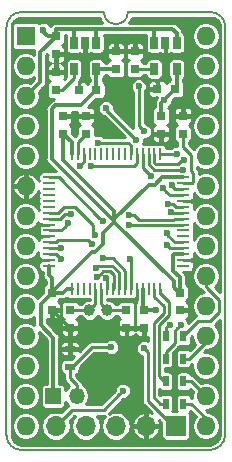
<source format=gtl>
G04 #@! TF.GenerationSoftware,KiCad,Pcbnew,5.0.1-33cea8e~68~ubuntu16.04.1*
G04 #@! TF.CreationDate,2018-11-17T04:31:05+03:00*
G04 #@! TF.ProjectId,ayx,6179782E6B696361645F706362000000,rev?*
G04 #@! TF.SameCoordinates,Original*
G04 #@! TF.FileFunction,Copper,L1,Top,Signal*
G04 #@! TF.FilePolarity,Positive*
%FSLAX46Y46*%
G04 Gerber Fmt 4.6, Leading zero omitted, Abs format (unit mm)*
G04 Created by KiCad (PCBNEW 5.0.1-33cea8e~68~ubuntu16.04.1) date Сб 17 ноя 2018 04:31:05*
%MOMM*%
%LPD*%
G01*
G04 APERTURE LIST*
G04 #@! TA.AperFunction,NonConductor*
%ADD10C,0.150000*%
G04 #@! TD*
G04 #@! TA.AperFunction,ComponentPad*
%ADD11O,1.600000X1.600000*%
G04 #@! TD*
G04 #@! TA.AperFunction,ComponentPad*
%ADD12R,1.600000X1.600000*%
G04 #@! TD*
G04 #@! TA.AperFunction,SMDPad,CuDef*
%ADD13R,1.000000X0.250000*%
G04 #@! TD*
G04 #@! TA.AperFunction,SMDPad,CuDef*
%ADD14R,0.250000X1.000000*%
G04 #@! TD*
G04 #@! TA.AperFunction,ComponentPad*
%ADD15O,1.700000X1.700000*%
G04 #@! TD*
G04 #@! TA.AperFunction,ComponentPad*
%ADD16R,1.700000X1.700000*%
G04 #@! TD*
G04 #@! TA.AperFunction,SMDPad,CuDef*
%ADD17R,0.650000X1.060000*%
G04 #@! TD*
G04 #@! TA.AperFunction,SMDPad,CuDef*
%ADD18R,0.750000X0.800000*%
G04 #@! TD*
G04 #@! TA.AperFunction,SMDPad,CuDef*
%ADD19R,0.900000X0.500000*%
G04 #@! TD*
G04 #@! TA.AperFunction,SMDPad,CuDef*
%ADD20R,0.500000X0.900000*%
G04 #@! TD*
G04 #@! TA.AperFunction,SMDPad,CuDef*
%ADD21R,0.800000X0.750000*%
G04 #@! TD*
G04 #@! TA.AperFunction,ComponentPad*
%ADD22O,1.350000X1.350000*%
G04 #@! TD*
G04 #@! TA.AperFunction,ComponentPad*
%ADD23R,1.350000X1.350000*%
G04 #@! TD*
G04 #@! TA.AperFunction,ComponentPad*
%ADD24C,1.000000*%
G04 #@! TD*
G04 #@! TA.AperFunction,ViaPad*
%ADD25C,0.600000*%
G04 #@! TD*
G04 #@! TA.AperFunction,Conductor*
%ADD26C,0.300000*%
G04 #@! TD*
G04 #@! TA.AperFunction,Conductor*
%ADD27C,0.250000*%
G04 #@! TD*
G04 APERTURE END LIST*
D10*
X146939000Y-84328000D02*
G75*
G03X148971000Y-84328000I1016000J0D01*
G01*
X146939000Y-84328000D02*
X139954000Y-84328000D01*
X155829000Y-121417761D02*
G75*
G03X157226000Y-120142000I0J1402761D01*
G01*
X138684000Y-120142000D02*
G75*
G03X139954000Y-121412000I1270000J0D01*
G01*
X157226000Y-85598000D02*
G75*
G03X155956000Y-84328000I-1270000J0D01*
G01*
X139954000Y-84328000D02*
G75*
G03X138684000Y-85598000I0J-1270000D01*
G01*
X138684000Y-120142000D02*
X138684000Y-85598000D01*
X155829000Y-121412000D02*
X139954000Y-121412000D01*
X157226000Y-85598000D02*
X157226000Y-120142000D01*
X148971000Y-84328000D02*
X155956000Y-84328000D01*
D11*
G04 #@! TO.P,U2,28*
G04 #@! TO.N,Z80_D0*
X155575000Y-86360000D03*
G04 #@! TO.P,U2,14*
G04 #@! TO.N,IOA0*
X140335000Y-119380000D03*
G04 #@! TO.P,U2,27*
G04 #@! TO.N,Z80_D1*
X155575000Y-88900000D03*
G04 #@! TO.P,U2,13*
G04 #@! TO.N,IOA1*
X140335000Y-116840000D03*
G04 #@! TO.P,U2,26*
G04 #@! TO.N,Z80_D2*
X155575000Y-91440000D03*
G04 #@! TO.P,U2,12*
G04 #@! TO.N,IOA2*
X140335000Y-114300000D03*
G04 #@! TO.P,U2,25*
G04 #@! TO.N,Z80_D3*
X155575000Y-93980000D03*
G04 #@! TO.P,U2,11*
G04 #@! TO.N,IOA3*
X140335000Y-111760000D03*
G04 #@! TO.P,U2,24*
G04 #@! TO.N,Z80_D4*
X155575000Y-96520000D03*
G04 #@! TO.P,U2,10*
G04 #@! TO.N,IOA4*
X140335000Y-109220000D03*
G04 #@! TO.P,U2,23*
G04 #@! TO.N,Z80_D5*
X155575000Y-99060000D03*
G04 #@! TO.P,U2,9*
G04 #@! TO.N,IOA5*
X140335000Y-106680000D03*
G04 #@! TO.P,U2,22*
G04 #@! TO.N,Z80_D6*
X155575000Y-101600000D03*
G04 #@! TO.P,U2,8*
G04 #@! TO.N,IOA6*
X140335000Y-104140000D03*
G04 #@! TO.P,U2,21*
G04 #@! TO.N,Z80_D7*
X155575000Y-104140000D03*
G04 #@! TO.P,U2,7*
G04 #@! TO.N,IOA7*
X140335000Y-101600000D03*
G04 #@! TO.P,U2,20*
G04 #@! TO.N,AY_BC1*
X155575000Y-106680000D03*
G04 #@! TO.P,U2,6*
G04 #@! TO.N,GND*
X140335000Y-99060000D03*
G04 #@! TO.P,U2,19*
G04 #@! TO.N,AY_BC2*
X155575000Y-109220000D03*
G04 #@! TO.P,U2,5*
G04 #@! TO.N,A_CHA*
X140335000Y-96520000D03*
G04 #@! TO.P,U2,18*
G04 #@! TO.N,AY_BDIR*
X155575000Y-111760000D03*
G04 #@! TO.P,U2,4*
G04 #@! TO.N,A_CHB*
X140335000Y-93980000D03*
G04 #@! TO.P,U2,17*
G04 #@! TO.N,AY_A8*
X155575000Y-114300000D03*
G04 #@! TO.P,U2,3*
G04 #@! TO.N,VDD5*
X140335000Y-91440000D03*
G04 #@! TO.P,U2,16*
G04 #@! TO.N,~AY_RST*
X155575000Y-116840000D03*
G04 #@! TO.P,U2,2*
G04 #@! TO.N,Net-(U2-Pad2)*
X140335000Y-88900000D03*
G04 #@! TO.P,U2,15*
G04 #@! TO.N,AY_CLK*
X155575000Y-119380000D03*
D12*
G04 #@! TO.P,U2,1*
G04 #@! TO.N,A_CHC*
X140335000Y-86360000D03*
G04 #@! TD*
D13*
G04 #@! TO.P,U1,64*
G04 #@! TO.N,VDD33*
X142270000Y-105823400D03*
G04 #@! TO.P,U1,63*
G04 #@! TO.N,GND*
X142270000Y-105323400D03*
G04 #@! TO.P,U1,62*
G04 #@! TO.N,Z80_D1*
X142270000Y-104823400D03*
G04 #@! TO.P,U1,61*
G04 #@! TO.N,Z80_D0*
X142270000Y-104323400D03*
G04 #@! TO.P,U1,60*
G04 #@! TO.N,Net-(JP1-Pad2)*
X142270000Y-103823400D03*
G04 #@! TO.P,U1,59*
G04 #@! TO.N,GND*
X142270000Y-103323400D03*
G04 #@! TO.P,U1,58*
G04 #@! TO.N,AY_A8*
X142270000Y-102823400D03*
G04 #@! TO.P,U1,57*
G04 #@! TO.N,GND*
X142270000Y-102323400D03*
G04 #@! TO.P,U1,56*
G04 #@! TO.N,AY_BC2*
X142270000Y-101823400D03*
G04 #@! TO.P,U1,55*
G04 #@! TO.N,SWD*
X142270000Y-101323400D03*
G04 #@! TO.P,U1,54*
G04 #@! TO.N,Net-(U1-Pad54)*
X142270000Y-100823400D03*
G04 #@! TO.P,U1,53*
G04 #@! TO.N,Net-(U1-Pad53)*
X142270000Y-100323400D03*
G04 #@! TO.P,U1,52*
G04 #@! TO.N,Net-(U1-Pad52)*
X142270000Y-99823400D03*
G04 #@! TO.P,U1,51*
G04 #@! TO.N,Net-(U1-Pad51)*
X142270000Y-99323400D03*
G04 #@! TO.P,U1,50*
G04 #@! TO.N,Net-(U1-Pad50)*
X142270000Y-98823400D03*
G04 #@! TO.P,U1,49*
G04 #@! TO.N,SWCLK*
X142270000Y-98323400D03*
D14*
G04 #@! TO.P,U1,48*
G04 #@! TO.N,VDD33*
X144220000Y-96373400D03*
G04 #@! TO.P,U1,47*
G04 #@! TO.N,Net-(C4-Pad2)*
X144720000Y-96373400D03*
G04 #@! TO.P,U1,46*
G04 #@! TO.N,SWDIO*
X145220000Y-96373400D03*
G04 #@! TO.P,U1,45*
G04 #@! TO.N,Net-(U1-Pad45)*
X145720000Y-96373400D03*
G04 #@! TO.P,U1,44*
G04 #@! TO.N,Net-(U1-Pad44)*
X146220000Y-96373400D03*
G04 #@! TO.P,U1,43*
G04 #@! TO.N,USART_RX*
X146720000Y-96373400D03*
G04 #@! TO.P,U1,42*
G04 #@! TO.N,USART_TX*
X147220000Y-96373400D03*
G04 #@! TO.P,U1,41*
G04 #@! TO.N,Net-(U1-Pad41)*
X147720000Y-96373400D03*
G04 #@! TO.P,U1,40*
G04 #@! TO.N,Net-(U1-Pad40)*
X148220000Y-96373400D03*
G04 #@! TO.P,U1,39*
G04 #@! TO.N,Net-(U1-Pad39)*
X148720000Y-96373400D03*
G04 #@! TO.P,U1,38*
G04 #@! TO.N,IOA7*
X149220000Y-96373400D03*
G04 #@! TO.P,U1,37*
G04 #@! TO.N,IOA6*
X149720000Y-96373400D03*
G04 #@! TO.P,U1,36*
G04 #@! TO.N,Z80_D7*
X150220000Y-96373400D03*
G04 #@! TO.P,U1,35*
G04 #@! TO.N,Z80_D6*
X150720000Y-96373400D03*
G04 #@! TO.P,U1,34*
G04 #@! TO.N,Z80_D5*
X151220000Y-96373400D03*
G04 #@! TO.P,U1,33*
G04 #@! TO.N,Z80_D4*
X151720000Y-96373400D03*
D13*
G04 #@! TO.P,U1,32*
G04 #@! TO.N,VDD33*
X153670000Y-98323400D03*
G04 #@! TO.P,U1,31*
G04 #@! TO.N,Net-(C3-Pad2)*
X153670000Y-98823400D03*
G04 #@! TO.P,U1,30*
G04 #@! TO.N,Z80_D3*
X153670000Y-99323400D03*
G04 #@! TO.P,U1,29*
G04 #@! TO.N,Z80_D2*
X153670000Y-99823400D03*
G04 #@! TO.P,U1,28*
G04 #@! TO.N,GND*
X153670000Y-100323400D03*
G04 #@! TO.P,U1,27*
G04 #@! TO.N,Net-(R4-Pad2)*
X153670000Y-100823400D03*
G04 #@! TO.P,U1,26*
G04 #@! TO.N,Net-(R5-Pad2)*
X153670000Y-101323400D03*
G04 #@! TO.P,U1,25*
G04 #@! TO.N,IOA5*
X153670000Y-101823400D03*
G04 #@! TO.P,U1,24*
G04 #@! TO.N,IOA4*
X153670000Y-102323400D03*
G04 #@! TO.P,U1,23*
G04 #@! TO.N,Net-(U1-Pad23)*
X153670000Y-102823400D03*
G04 #@! TO.P,U1,22*
G04 #@! TO.N,Net-(U1-Pad22)*
X153670000Y-103323400D03*
G04 #@! TO.P,U1,21*
G04 #@! TO.N,A_CHC*
X153670000Y-103823400D03*
G04 #@! TO.P,U1,20*
G04 #@! TO.N,A_CHA*
X153670000Y-104323400D03*
G04 #@! TO.P,U1,19*
G04 #@! TO.N,VDD33*
X153670000Y-104823400D03*
G04 #@! TO.P,U1,18*
G04 #@! TO.N,GND*
X153670000Y-105323400D03*
G04 #@! TO.P,U1,17*
G04 #@! TO.N,Net-(U1-Pad17)*
X153670000Y-105823400D03*
D14*
G04 #@! TO.P,U1,16*
G04 #@! TO.N,Net-(R3-Pad2)*
X151720000Y-107773400D03*
G04 #@! TO.P,U1,15*
G04 #@! TO.N,Net-(R2-Pad2)*
X151220000Y-107773400D03*
G04 #@! TO.P,U1,14*
G04 #@! TO.N,Net-(U1-Pad14)*
X150720000Y-107773400D03*
G04 #@! TO.P,U1,13*
G04 #@! TO.N,VDDA33*
X150220000Y-107773400D03*
G04 #@! TO.P,U1,12*
G04 #@! TO.N,GND*
X149720000Y-107773400D03*
G04 #@! TO.P,U1,11*
G04 #@! TO.N,IOA3*
X149220000Y-107773400D03*
G04 #@! TO.P,U1,10*
G04 #@! TO.N,IOA2*
X148720000Y-107773400D03*
G04 #@! TO.P,U1,9*
G04 #@! TO.N,IOA1*
X148220000Y-107773400D03*
G04 #@! TO.P,U1,8*
G04 #@! TO.N,IOA0*
X147720000Y-107773400D03*
G04 #@! TO.P,U1,7*
G04 #@! TO.N,~RES*
X147220000Y-107773400D03*
G04 #@! TO.P,U1,6*
G04 #@! TO.N,Net-(C2-Pad2)*
X146720000Y-107773400D03*
G04 #@! TO.P,U1,5*
G04 #@! TO.N,Net-(C1-Pad2)*
X146220000Y-107773400D03*
G04 #@! TO.P,U1,4*
G04 #@! TO.N,Net-(U1-Pad4)*
X145720000Y-107773400D03*
G04 #@! TO.P,U1,3*
G04 #@! TO.N,Net-(U1-Pad3)*
X145220000Y-107773400D03*
G04 #@! TO.P,U1,2*
G04 #@! TO.N,Net-(U1-Pad2)*
X144720000Y-107773400D03*
G04 #@! TO.P,U1,1*
G04 #@! TO.N,VDD33*
X144220000Y-107773400D03*
G04 #@! TD*
D15*
G04 #@! TO.P,J2,5*
G04 #@! TO.N,SWD*
X142875000Y-119380000D03*
G04 #@! TO.P,J2,4*
G04 #@! TO.N,~RES*
X145415000Y-119380000D03*
G04 #@! TO.P,J2,3*
G04 #@! TO.N,SWDIO*
X147955000Y-119380000D03*
G04 #@! TO.P,J2,2*
G04 #@! TO.N,GND*
X150495000Y-119380000D03*
D16*
G04 #@! TO.P,J2,1*
G04 #@! TO.N,SWCLK*
X153035000Y-119380000D03*
G04 #@! TD*
D17*
G04 #@! TO.P,U3,5*
G04 #@! TO.N,VDD33*
X146304000Y-89154000D03*
G04 #@! TO.P,U3,4*
G04 #@! TO.N,Net-(C8-Pad1)*
X144404000Y-89154000D03*
G04 #@! TO.P,U3,3*
G04 #@! TO.N,VDD5*
X144404000Y-86954000D03*
G04 #@! TO.P,U3,2*
G04 #@! TO.N,GND*
X145354000Y-86954000D03*
G04 #@! TO.P,U3,1*
G04 #@! TO.N,VDD5*
X146304000Y-86954000D03*
G04 #@! TD*
G04 #@! TO.P,U4,5*
G04 #@! TO.N,VDDA33*
X153096000Y-89154000D03*
G04 #@! TO.P,U4,4*
G04 #@! TO.N,Net-(C9-Pad1)*
X151196000Y-89154000D03*
G04 #@! TO.P,U4,3*
G04 #@! TO.N,VDD5*
X151196000Y-86954000D03*
G04 #@! TO.P,U4,2*
G04 #@! TO.N,GND*
X152146000Y-86954000D03*
G04 #@! TO.P,U4,1*
G04 #@! TO.N,VDD5*
X153096000Y-86954000D03*
G04 #@! TD*
D18*
G04 #@! TO.P,C15,1*
G04 #@! TO.N,GND*
X142875000Y-87884000D03*
G04 #@! TO.P,C15,2*
G04 #@! TO.N,VDD5*
X142875000Y-86384000D03*
G04 #@! TD*
G04 #@! TO.P,C1,1*
G04 #@! TO.N,GND*
X144068800Y-111075600D03*
G04 #@! TO.P,C1,2*
G04 #@! TO.N,Net-(C1-Pad2)*
X144068800Y-109575600D03*
G04 #@! TD*
G04 #@! TO.P,C2,1*
G04 #@! TO.N,GND*
X148844000Y-111075600D03*
G04 #@! TO.P,C2,2*
G04 #@! TO.N,Net-(C2-Pad2)*
X148844000Y-109575600D03*
G04 #@! TD*
G04 #@! TO.P,C3,1*
G04 #@! TO.N,GND*
X153619200Y-93115000D03*
G04 #@! TO.P,C3,2*
G04 #@! TO.N,Net-(C3-Pad2)*
X153619200Y-94615000D03*
G04 #@! TD*
G04 #@! TO.P,C4,1*
G04 #@! TO.N,GND*
X145415000Y-93115000D03*
G04 #@! TO.P,C4,2*
G04 #@! TO.N,Net-(C4-Pad2)*
X145415000Y-94615000D03*
G04 #@! TD*
G04 #@! TO.P,C5,1*
G04 #@! TO.N,VDD33*
X153352500Y-108077000D03*
G04 #@! TO.P,C5,2*
G04 #@! TO.N,GND*
X153352500Y-109577000D03*
G04 #@! TD*
G04 #@! TO.P,C7,1*
G04 #@! TO.N,VDDA33*
X150317200Y-109575600D03*
G04 #@! TO.P,C7,2*
G04 #@! TO.N,GND*
X150317200Y-111075600D03*
G04 #@! TD*
G04 #@! TO.P,C8,1*
G04 #@! TO.N,Net-(C8-Pad1)*
X142875000Y-90932000D03*
G04 #@! TO.P,C8,2*
G04 #@! TO.N,GND*
X142875000Y-89432000D03*
G04 #@! TD*
G04 #@! TO.P,C9,1*
G04 #@! TO.N,Net-(C9-Pad1)*
X149542500Y-89154000D03*
G04 #@! TO.P,C9,2*
G04 #@! TO.N,GND*
X149542500Y-87654000D03*
G04 #@! TD*
D19*
G04 #@! TO.P,R1,2*
G04 #@! TO.N,GND*
X144068800Y-112838800D03*
G04 #@! TO.P,R1,1*
G04 #@! TO.N,Net-(JP1-Pad2)*
X144068800Y-114338800D03*
G04 #@! TD*
D20*
G04 #@! TO.P,R2,2*
G04 #@! TO.N,Net-(R2-Pad2)*
X152170000Y-117475000D03*
G04 #@! TO.P,R2,1*
G04 #@! TO.N,AY_CLK*
X153670000Y-117475000D03*
G04 #@! TD*
G04 #@! TO.P,R3,2*
G04 #@! TO.N,Net-(R3-Pad2)*
X152170000Y-115570000D03*
G04 #@! TO.P,R3,1*
G04 #@! TO.N,~AY_RST*
X153670000Y-115570000D03*
G04 #@! TD*
G04 #@! TO.P,R4,2*
G04 #@! TO.N,Net-(R4-Pad2)*
X152170000Y-111760000D03*
G04 #@! TO.P,R4,1*
G04 #@! TO.N,AY_BC1*
X153670000Y-111760000D03*
G04 #@! TD*
G04 #@! TO.P,R5,2*
G04 #@! TO.N,Net-(R5-Pad2)*
X152170000Y-113665000D03*
G04 #@! TO.P,R5,1*
G04 #@! TO.N,AY_BDIR*
X153670000Y-113665000D03*
G04 #@! TD*
D18*
G04 #@! TO.P,C6,1*
G04 #@! TO.N,GND*
X143510000Y-93115000D03*
G04 #@! TO.P,C6,2*
G04 #@! TO.N,VDD33*
X143510000Y-94615000D03*
G04 #@! TD*
G04 #@! TO.P,C10,1*
G04 #@! TO.N,GND*
X142519400Y-109575600D03*
G04 #@! TO.P,C10,2*
G04 #@! TO.N,VDD33*
X142519400Y-108075600D03*
G04 #@! TD*
G04 #@! TO.P,C11,1*
G04 #@! TO.N,GND*
X147955000Y-87654000D03*
G04 #@! TO.P,C11,2*
G04 #@! TO.N,VDD33*
X147955000Y-89154000D03*
G04 #@! TD*
D21*
G04 #@! TO.P,C12,1*
G04 #@! TO.N,GND*
X144804000Y-90932000D03*
G04 #@! TO.P,C12,2*
G04 #@! TO.N,VDD33*
X146304000Y-90932000D03*
G04 #@! TD*
G04 #@! TO.P,C13,1*
G04 #@! TO.N,GND*
X151469000Y-90866000D03*
G04 #@! TO.P,C13,2*
G04 #@! TO.N,VDDA33*
X152969000Y-90866000D03*
G04 #@! TD*
D18*
G04 #@! TO.P,C14,1*
G04 #@! TO.N,GND*
X151765000Y-94640400D03*
G04 #@! TO.P,C14,2*
G04 #@! TO.N,VDDA33*
X151765000Y-93140400D03*
G04 #@! TD*
D22*
G04 #@! TO.P,JP1,2*
G04 #@! TO.N,Net-(JP1-Pad2)*
X144627600Y-116840000D03*
D23*
G04 #@! TO.P,JP1,1*
G04 #@! TO.N,VDD33*
X142627600Y-116840000D03*
G04 #@! TD*
D24*
G04 #@! TO.P,Y1,2*
G04 #@! TO.N,Net-(C2-Pad2)*
X147218400Y-109575600D03*
G04 #@! TO.P,Y1,1*
G04 #@! TO.N,Net-(C1-Pad2)*
X145718400Y-109575600D03*
G04 #@! TD*
D25*
G04 #@! TO.N,VDDA33*
X152031449Y-91803449D03*
X151370743Y-109549891D03*
G04 #@! TO.N,GND*
X150289108Y-86490942D03*
X141833600Y-90906600D03*
X154533600Y-108102400D03*
X156235400Y-113030000D03*
X146456400Y-114274600D03*
X146735800Y-93903800D03*
X154025600Y-91744800D03*
G04 #@! TO.N,SWCLK*
X150317198Y-112801400D03*
X146844816Y-102043375D03*
G04 #@! TO.N,SWDIO*
X144946640Y-97362973D03*
G04 #@! TO.N,~RES*
X147157727Y-106882748D03*
G04 #@! TO.N,SWD*
X146149210Y-103181824D03*
X148539200Y-116408200D03*
G04 #@! TO.N,Net-(R4-Pad2)*
X152362369Y-100545764D03*
X152499451Y-110850143D03*
G04 #@! TO.N,Net-(R5-Pad2)*
X153423498Y-110809994D03*
X152633643Y-101298379D03*
G04 #@! TO.N,IOA0*
X146364996Y-106773788D03*
G04 #@! TO.N,IOA1*
X146241545Y-105983367D03*
G04 #@! TO.N,IOA2*
X146865235Y-105182725D03*
G04 #@! TO.N,IOA3*
X149159435Y-105241892D03*
G04 #@! TO.N,A_CHA*
X149663585Y-95126688D03*
X152264779Y-104063800D03*
X147116800Y-92481402D03*
G04 #@! TO.N,A_CHC*
X150331444Y-94434278D03*
X152264779Y-103022400D03*
X149885400Y-90627200D03*
G04 #@! TO.N,IOA4*
X149077694Y-102360635D03*
G04 #@! TO.N,IOA5*
X149083576Y-101548487D03*
G04 #@! TO.N,Z80_D2*
X151916120Y-99231602D03*
G04 #@! TO.N,Z80_D3*
X152670249Y-98964567D03*
G04 #@! TO.N,Z80_D4*
X153098576Y-96328860D03*
G04 #@! TO.N,Z80_D5*
X153705390Y-96850200D03*
G04 #@! TO.N,Z80_D6*
X153618343Y-97669024D03*
G04 #@! TO.N,Z80_D7*
X150951837Y-98251192D03*
G04 #@! TO.N,IOA6*
X145835290Y-97373401D03*
G04 #@! TO.N,IOA7*
X146456400Y-95377002D03*
G04 #@! TO.N,AY_BC2*
X144180065Y-101432835D03*
G04 #@! TO.N,AY_A8*
X143924611Y-102190966D03*
G04 #@! TO.N,Z80_D0*
X143287557Y-104338244D03*
G04 #@! TO.N,Z80_D1*
X143270012Y-105257573D03*
G04 #@! TO.N,VDD5*
X141822782Y-85827000D03*
G04 #@! TO.N,Net-(JP1-Pad2)*
X145915340Y-103946889D03*
X147548600Y-112699800D03*
G04 #@! TD*
D26*
G04 #@! TO.N,VDD33*
X147828000Y-102123374D02*
X147828000Y-102067000D01*
X153670000Y-104823400D02*
X152870000Y-104823400D01*
X152870000Y-104823400D02*
X152894999Y-104848399D01*
X152894999Y-104848399D02*
X152889999Y-104848399D01*
X152889999Y-104848399D02*
X152819999Y-104918399D01*
X152819999Y-104918399D02*
X152819999Y-106246907D01*
X152819999Y-106246907D02*
X153352500Y-106779408D01*
X153352500Y-106779408D02*
X153352500Y-107377000D01*
X144220000Y-96373400D02*
X144220000Y-95325000D01*
X144220000Y-95325000D02*
X143510000Y-94615000D01*
X144220000Y-107773400D02*
X143795000Y-107773400D01*
X143795000Y-107773400D02*
X143492800Y-108075600D01*
X143492800Y-108075600D02*
X142519400Y-108075600D01*
X143497802Y-94627198D02*
X143510000Y-94615000D01*
X146304000Y-89154000D02*
X147955000Y-89154000D01*
X142519400Y-108075600D02*
X142536021Y-108058979D01*
X142536021Y-108058979D02*
X142536021Y-106865081D01*
X142536021Y-106865081D02*
X142270000Y-106599060D01*
X142270000Y-106599060D02*
X142270000Y-105823400D01*
X146304000Y-90932000D02*
X146304000Y-89154000D01*
X153352500Y-108077000D02*
X153352500Y-107377000D01*
X147817974Y-102123374D02*
X147828000Y-102123374D01*
X147817974Y-102077026D02*
X147828000Y-102067000D01*
X147817974Y-102123374D02*
X147817974Y-102077026D01*
X143510000Y-94615000D02*
X143510000Y-96858013D01*
X147799112Y-102094486D02*
X147828000Y-102123374D01*
X147799112Y-101147125D02*
X147799112Y-102094486D01*
X143510000Y-96858013D02*
X147799112Y-101147125D01*
X147828000Y-102067000D02*
X147828000Y-102082600D01*
X152857200Y-107111800D02*
X152857200Y-107619800D01*
X153314400Y-108077000D02*
X153352500Y-108077000D01*
X152857200Y-107619800D02*
X153314400Y-108077000D01*
X147828000Y-102082600D02*
X152857200Y-107111800D01*
X152870000Y-98323400D02*
X153670000Y-98323400D01*
X151893586Y-98314378D02*
X152860978Y-98314378D01*
X152860978Y-98314378D02*
X152870000Y-98323400D01*
X147828000Y-101842059D02*
X150733820Y-98936239D01*
X151271725Y-98936239D02*
X151893586Y-98314378D01*
X147828000Y-102067000D02*
X147828000Y-101842059D01*
X150733820Y-98936239D02*
X151271725Y-98936239D01*
X142519400Y-108100600D02*
X142519400Y-108075600D01*
X141579600Y-109040400D02*
X142519400Y-108100600D01*
X142627600Y-116840000D02*
X142646400Y-116821200D01*
X142646400Y-116821200D02*
X142646400Y-111887000D01*
X142646400Y-111887000D02*
X141579600Y-110820200D01*
X141579600Y-110820200D02*
X141579600Y-109040400D01*
X146862800Y-103032200D02*
X147828000Y-102067000D01*
X142519400Y-108050600D02*
X145947400Y-104622600D01*
X142519400Y-108075600D02*
X142519400Y-108050600D01*
X145947400Y-104622600D02*
X146201631Y-104622600D01*
X146862800Y-103961431D02*
X146862800Y-103032200D01*
X146201631Y-104622600D02*
X146862800Y-103961431D01*
X147817974Y-102054531D02*
X147817974Y-102123374D01*
X142528217Y-96764774D02*
X147817974Y-102054531D01*
X146304000Y-90932000D02*
X146279000Y-90932000D01*
X146279000Y-90932000D02*
X144977489Y-92233511D01*
X144977489Y-92233511D02*
X142832042Y-92233511D01*
X142528217Y-92537336D02*
X142528217Y-96764774D01*
X142832042Y-92233511D02*
X142528217Y-92537336D01*
G04 #@! TO.N,VDDA33*
X153096000Y-89154000D02*
X153096000Y-90739000D01*
X153096000Y-90739000D02*
X152969000Y-90866000D01*
X150220000Y-107773400D02*
X150220000Y-108573400D01*
X150220000Y-109478400D02*
X150317200Y-109575600D01*
X150220000Y-107773400D02*
X150220000Y-109478400D01*
X152969000Y-90866000D02*
X152944000Y-90866000D01*
X152031449Y-91778551D02*
X152031449Y-91803449D01*
X152944000Y-90866000D02*
X152031449Y-91778551D01*
X151227928Y-109581328D02*
X151259365Y-109549891D01*
X151259365Y-109549891D02*
X151370743Y-109549891D01*
X151345034Y-109575600D02*
X151370743Y-109549891D01*
X150317200Y-109575600D02*
X151345034Y-109575600D01*
X151765000Y-92069898D02*
X152031449Y-91803449D01*
X151765000Y-93140400D02*
X151765000Y-92069898D01*
D27*
G04 #@! TO.N,Net-(C8-Pad1)*
X142875000Y-90932000D02*
X143371967Y-90932000D01*
X144404000Y-89934000D02*
X144404000Y-89154000D01*
X143371967Y-90932000D02*
X144369967Y-89934000D01*
X144369967Y-89934000D02*
X144404000Y-89934000D01*
G04 #@! TO.N,GND*
X145351819Y-87883905D02*
X145351819Y-89759181D01*
X145351819Y-89759181D02*
X144804000Y-90307000D01*
X144804000Y-90307000D02*
X144804000Y-90932000D01*
X149542500Y-87654000D02*
X150167500Y-87654000D01*
X150167500Y-87654000D02*
X150396471Y-87882971D01*
X150396471Y-87882971D02*
X152126718Y-87882971D01*
X145354000Y-87867449D02*
X145354000Y-86954000D01*
X145351819Y-87883905D02*
X147100095Y-87883905D01*
X147100095Y-87883905D02*
X147330000Y-87654000D01*
X147330000Y-87654000D02*
X147955000Y-87654000D01*
X142875000Y-87884000D02*
X145339048Y-87884000D01*
X151469000Y-90866000D02*
X151469000Y-90241000D01*
X151469000Y-90241000D02*
X152146000Y-89564000D01*
X152146000Y-89564000D02*
X152146000Y-87734000D01*
X152146000Y-87734000D02*
X152146000Y-86954000D01*
X142875000Y-89432000D02*
X142875000Y-87884000D01*
X142875000Y-89457000D02*
X142875000Y-89432000D01*
X142568800Y-109575600D02*
X144068800Y-111075600D01*
X142519400Y-109575600D02*
X142568800Y-109575600D01*
X141520000Y-103323400D02*
X142270000Y-103323400D01*
X149720000Y-108675046D02*
X149720000Y-107773400D01*
X149580600Y-108814446D02*
X149720000Y-108675046D01*
X149580600Y-111075600D02*
X149580600Y-108814446D01*
X148844000Y-111075600D02*
X149580600Y-111075600D01*
X150317200Y-111075600D02*
X149580600Y-111075600D01*
X154420000Y-100323400D02*
X153670000Y-100323400D01*
X155963402Y-100323400D02*
X154420000Y-100323400D01*
X156700001Y-101059999D02*
X155963402Y-100323400D01*
X156700001Y-104680001D02*
X156700001Y-101059999D01*
X156056602Y-105323400D02*
X156700001Y-104680001D01*
X153670000Y-105323400D02*
X156056602Y-105323400D01*
X142270000Y-102323400D02*
X141559998Y-102323400D01*
X141444999Y-102438399D02*
X141559998Y-102323400D01*
X141444999Y-103248399D02*
X141444999Y-102438399D01*
X141520000Y-103323400D02*
X141444999Y-103248399D01*
X139334000Y-105323400D02*
X141020800Y-105323400D01*
X139115800Y-105105200D02*
X139334000Y-105323400D01*
X139115800Y-102977990D02*
X139115800Y-105105200D01*
X139115800Y-99161600D02*
X139115800Y-102914410D01*
X139217400Y-99060000D02*
X139115800Y-99161600D01*
X140335000Y-99060000D02*
X139217400Y-99060000D01*
X139122190Y-102920800D02*
X139115800Y-102914410D01*
X141444999Y-102920800D02*
X139122190Y-102920800D01*
X141020800Y-105323400D02*
X142270000Y-105323400D01*
G04 #@! TO.N,Net-(C9-Pad1)*
X149542500Y-89154000D02*
X151196000Y-89154000D01*
G04 #@! TO.N,SWCLK*
X150647400Y-113131602D02*
X150317198Y-112801400D01*
X150647400Y-117237402D02*
X150647400Y-113131602D01*
X152789998Y-119380000D02*
X150647400Y-117237402D01*
X153035000Y-119380000D02*
X152789998Y-119380000D01*
X142270000Y-98323400D02*
X143124841Y-98323400D01*
X143124841Y-98323400D02*
X146544817Y-101743376D01*
X146544817Y-101743376D02*
X146844816Y-102043375D01*
G04 #@! TO.N,SWDIO*
X145220000Y-96373400D02*
X145220000Y-96999008D01*
X144946640Y-97272368D02*
X144946640Y-97362973D01*
X145220000Y-96999008D02*
X144946640Y-97272368D01*
G04 #@! TO.N,~RES*
X147220000Y-107773400D02*
X147220000Y-106945021D01*
X147220000Y-106945021D02*
X147157727Y-106882748D01*
G04 #@! TO.N,SWD*
X143047444Y-101323400D02*
X143565530Y-100805314D01*
X146036304Y-102644654D02*
X146036304Y-103068918D01*
X146036304Y-102364288D02*
X146036304Y-102644654D01*
X144477330Y-100805314D02*
X146036304Y-102364288D01*
X143565530Y-100805314D02*
X144477330Y-100805314D01*
X146036304Y-103068918D02*
X146149210Y-103181824D01*
X142270000Y-101323400D02*
X143047444Y-101323400D01*
X144221200Y-118033800D02*
X146913600Y-118033800D01*
X148239201Y-116708199D02*
X148539200Y-116408200D01*
X142875000Y-119380000D02*
X144221200Y-118033800D01*
X146913600Y-118033800D02*
X148239201Y-116708199D01*
G04 #@! TO.N,AY_CLK*
X155575000Y-118719600D02*
X155575000Y-119380000D01*
X154330400Y-117475000D02*
X155575000Y-118719600D01*
X153670000Y-117475000D02*
X154330400Y-117475000D01*
G04 #@! TO.N,Net-(R2-Pad2)*
X151220000Y-108474146D02*
X151220000Y-107773400D01*
X152000034Y-109254180D02*
X151220000Y-108474146D01*
X152000034Y-109804498D02*
X152000034Y-109254180D01*
X152170000Y-117475000D02*
X151688800Y-117475000D01*
X151144988Y-110659544D02*
X152000034Y-109804498D01*
X151688800Y-117475000D02*
X151144988Y-116931188D01*
X151144988Y-116931188D02*
X151144988Y-110659544D01*
G04 #@! TO.N,~AY_RST*
X153670000Y-115570000D02*
X154305000Y-115570000D01*
X154305000Y-115570000D02*
X155575000Y-116840000D01*
G04 #@! TO.N,Net-(R3-Pad2)*
X151720000Y-108148400D02*
X151720000Y-107773400D01*
X152450045Y-108878445D02*
X151720000Y-108148400D01*
X152450045Y-109990898D02*
X152450045Y-108878445D01*
X152170000Y-115570000D02*
X152044400Y-115570000D01*
X152044400Y-115570000D02*
X151594999Y-115120599D01*
X151594999Y-115120599D02*
X151594999Y-110845944D01*
X151594999Y-110845944D02*
X152450045Y-109990898D01*
G04 #@! TO.N,AY_BC1*
X153670000Y-111760000D02*
X154920171Y-110509829D01*
X154920171Y-110509829D02*
X155950173Y-110509829D01*
X155950173Y-110509829D02*
X156700001Y-109760001D01*
X156700001Y-109760001D02*
X156700001Y-108679999D01*
X156700001Y-108679999D02*
X155773024Y-107753022D01*
X155773024Y-107753022D02*
X155770245Y-107753022D01*
X155770245Y-107753022D02*
X155575000Y-107557777D01*
X155575000Y-107557777D02*
X155575000Y-106680000D01*
G04 #@! TO.N,Net-(R4-Pad2)*
X153670000Y-100823400D02*
X153064269Y-100823400D01*
X152786633Y-100545764D02*
X152362369Y-100545764D01*
X153064269Y-100823400D02*
X152786633Y-100545764D01*
X152170000Y-111760000D02*
X152170000Y-111060000D01*
X152379857Y-110850143D02*
X152499451Y-110850143D01*
X152170000Y-111060000D02*
X152379857Y-110850143D01*
G04 #@! TO.N,AY_BDIR*
X155575000Y-111760000D02*
X154940000Y-111760000D01*
X155575000Y-112268000D02*
X155575000Y-111760000D01*
X154178000Y-113665000D02*
X155575000Y-112268000D01*
X153670000Y-113665000D02*
X154178000Y-113665000D01*
G04 #@! TO.N,Net-(R5-Pad2)*
X152658664Y-101323400D02*
X152633643Y-101298379D01*
X153670000Y-101323400D02*
X152658664Y-101323400D01*
X153123499Y-111109993D02*
X153423498Y-110809994D01*
X152170000Y-113665000D02*
X152170000Y-113082200D01*
X152170000Y-113082200D02*
X152933400Y-112318800D01*
X152933400Y-112318800D02*
X152933400Y-111300092D01*
X152933400Y-111300092D02*
X153123499Y-111109993D01*
G04 #@! TO.N,IOA0*
X147782737Y-106561357D02*
X147479118Y-106257738D01*
X146881046Y-106257738D02*
X146664995Y-106473789D01*
X147479118Y-106257738D02*
X146881046Y-106257738D01*
X147720000Y-107773400D02*
X147769999Y-107723401D01*
X146664995Y-106473789D02*
X146364996Y-106773788D01*
X147769999Y-107013399D02*
X147782737Y-107000661D01*
X147769999Y-107723401D02*
X147769999Y-107013399D01*
X147782737Y-107000661D02*
X147782737Y-106561357D01*
G04 #@! TO.N,IOA1*
X148232748Y-107760652D02*
X148232748Y-106374958D01*
X148232748Y-106374958D02*
X147665517Y-105807727D01*
X146417185Y-105807727D02*
X146241545Y-105983367D01*
X147665517Y-105807727D02*
X146417185Y-105807727D01*
X148220000Y-107773400D02*
X148232748Y-107760652D01*
G04 #@! TO.N,IOA2*
X148720000Y-106225800D02*
X147676925Y-105182725D01*
X147676925Y-105182725D02*
X147289499Y-105182725D01*
X148720000Y-107773400D02*
X148720000Y-106225800D01*
X147289499Y-105182725D02*
X146865235Y-105182725D01*
G04 #@! TO.N,IOA3*
X149220000Y-107773400D02*
X149220000Y-105302457D01*
X149220000Y-105302457D02*
X149159435Y-105241892D01*
G04 #@! TO.N,A_CHA*
X153670000Y-104323400D02*
X152524379Y-104323400D01*
X152524379Y-104323400D02*
X152264779Y-104063800D01*
X149663585Y-95126688D02*
X147116800Y-92579903D01*
X147116800Y-92579903D02*
X147116800Y-92481402D01*
G04 #@! TO.N,A_CHC*
X153670000Y-103823400D02*
X152920000Y-103823400D01*
X152264779Y-103168179D02*
X152264779Y-103022400D01*
X152920000Y-103823400D02*
X152264779Y-103168179D01*
X149885400Y-91227198D02*
X149885400Y-90627200D01*
X149885400Y-93988234D02*
X149885400Y-91227198D01*
X150331444Y-94434278D02*
X149885400Y-93988234D01*
G04 #@! TO.N,IOA4*
X149501958Y-102360635D02*
X149077694Y-102360635D01*
X153670000Y-102323400D02*
X153620001Y-102373399D01*
X153620001Y-102373399D02*
X149514722Y-102373399D01*
X149514722Y-102373399D02*
X149501958Y-102360635D01*
G04 #@! TO.N,IOA5*
X149891547Y-101923388D02*
X149516646Y-101548487D01*
X152909999Y-101873399D02*
X152860009Y-101923389D01*
X149516646Y-101548487D02*
X149507840Y-101548487D01*
X152860009Y-101923389D02*
X149891547Y-101923388D01*
X149507840Y-101548487D02*
X149083576Y-101548487D01*
X153620001Y-101873399D02*
X152909999Y-101873399D01*
X153670000Y-101823400D02*
X153620001Y-101873399D01*
G04 #@! TO.N,Z80_D2*
X152507918Y-99823400D02*
X152216119Y-99531601D01*
X152216119Y-99531601D02*
X151916120Y-99231602D01*
X153670000Y-99823400D02*
X152507918Y-99823400D01*
G04 #@! TO.N,Z80_D3*
X153670000Y-99323400D02*
X152920000Y-99323400D01*
X152920000Y-99323400D02*
X152670249Y-99073649D01*
X152670249Y-99073649D02*
X152670249Y-98964567D01*
G04 #@! TO.N,Z80_D4*
X153054036Y-96373400D02*
X153098576Y-96328860D01*
X151720000Y-96373400D02*
X153054036Y-96373400D01*
G04 #@! TO.N,Z80_D5*
X153549412Y-96850200D02*
X153705390Y-96850200D01*
X153201211Y-97198401D02*
X153549412Y-96850200D01*
X151334999Y-97198401D02*
X153201211Y-97198401D01*
X151220000Y-96373400D02*
X151220000Y-97083402D01*
X151220000Y-97083402D02*
X151334999Y-97198401D01*
G04 #@! TO.N,Z80_D6*
X151163187Y-97663000D02*
X153188055Y-97663000D01*
X153194079Y-97669024D02*
X153618343Y-97669024D01*
X150720000Y-96373400D02*
X150720000Y-97219813D01*
X153188055Y-97663000D02*
X153194079Y-97669024D01*
X150720000Y-97219813D02*
X151163187Y-97663000D01*
G04 #@! TO.N,Z80_D7*
X150220000Y-97519355D02*
X150651838Y-97951193D01*
X150220000Y-96373400D02*
X150220000Y-97519355D01*
X150651838Y-97951193D02*
X150951837Y-98251192D01*
G04 #@! TO.N,IOA6*
X149720000Y-96373400D02*
X149720000Y-97123400D01*
X149469999Y-97373401D02*
X146259554Y-97373401D01*
X146259554Y-97373401D02*
X145835290Y-97373401D01*
X149720000Y-97123400D02*
X149469999Y-97373401D01*
G04 #@! TO.N,IOA7*
X146880664Y-95377002D02*
X146456400Y-95377002D01*
X149220000Y-96373400D02*
X149220000Y-95623400D01*
X148973602Y-95377002D02*
X146880664Y-95377002D01*
X149220000Y-95623400D02*
X148973602Y-95377002D01*
G04 #@! TO.N,AY_BC2*
X143755801Y-101432835D02*
X144180065Y-101432835D01*
X143232118Y-101823400D02*
X143622683Y-101432835D01*
X142270000Y-101823400D02*
X143232118Y-101823400D01*
X143622683Y-101432835D02*
X143755801Y-101432835D01*
G04 #@! TO.N,AY_A8*
X143292177Y-102823400D02*
X143624612Y-102490965D01*
X142270000Y-102823400D02*
X143292177Y-102823400D01*
X143624612Y-102490965D02*
X143924611Y-102190966D01*
G04 #@! TO.N,Z80_D0*
X142270000Y-104323400D02*
X143272713Y-104323400D01*
X143272713Y-104323400D02*
X143287557Y-104338244D01*
G04 #@! TO.N,Z80_D1*
X142270000Y-104823400D02*
X142887398Y-104823400D01*
X142887398Y-104823400D02*
X143270012Y-105206014D01*
X143270012Y-105206014D02*
X143270012Y-105257573D01*
D26*
G04 #@! TO.N,VDD5*
X140335000Y-91440000D02*
X141542235Y-90232765D01*
X141542235Y-90232765D02*
X141542235Y-87741765D01*
X141542235Y-87741765D02*
X142875000Y-86409000D01*
X142875000Y-86384000D02*
X142200000Y-86384000D01*
X141822782Y-86006782D02*
X141822782Y-85827000D01*
X142200000Y-86384000D02*
X141822782Y-86006782D01*
X151180800Y-85750400D02*
X146329400Y-85750400D01*
X152722400Y-85750400D02*
X151180800Y-85750400D01*
X151180800Y-85750400D02*
X151196000Y-85765600D01*
X151196000Y-85765600D02*
X151196000Y-86954000D01*
X146329400Y-85750400D02*
X144424400Y-85750400D01*
X146329400Y-85750400D02*
X146304000Y-85775800D01*
X146304000Y-85775800D02*
X146304000Y-86954000D01*
X144424400Y-85750400D02*
X142925800Y-85750400D01*
X144424400Y-85750400D02*
X144404000Y-85770800D01*
X144404000Y-85770800D02*
X144404000Y-86954000D01*
X153096000Y-86954000D02*
X153096000Y-86124000D01*
X153096000Y-86124000D02*
X152722400Y-85750400D01*
X142925800Y-85750400D02*
X142875000Y-85801200D01*
X142875000Y-85801200D02*
X142875000Y-86384000D01*
D27*
G04 #@! TO.N,Net-(C1-Pad2)*
X145718400Y-109575600D02*
X144068800Y-109575600D01*
X146220000Y-107773400D02*
X146220000Y-109074000D01*
X146220000Y-109074000D02*
X145718400Y-109575600D01*
G04 #@! TO.N,Net-(C2-Pad2)*
X146720000Y-107773400D02*
X146720000Y-109077200D01*
X146720000Y-109077200D02*
X147218400Y-109575600D01*
X148844000Y-109575600D02*
X147218400Y-109575600D01*
G04 #@! TO.N,Net-(C3-Pad2)*
X154316067Y-98773401D02*
X154266068Y-98823400D01*
X154430001Y-98773401D02*
X154316067Y-98773401D01*
X154495001Y-98708401D02*
X154430001Y-98773401D01*
X154495001Y-97938399D02*
X154495001Y-98708401D01*
X154330400Y-97773798D02*
X154495001Y-97938399D01*
X154266068Y-98823400D02*
X153670000Y-98823400D01*
X153619200Y-94615000D02*
X153619200Y-95732600D01*
X153619200Y-95732600D02*
X154330400Y-96443800D01*
X154330400Y-96443800D02*
X154330400Y-97773798D01*
G04 #@! TO.N,Net-(C4-Pad2)*
X145415000Y-94615000D02*
X144720000Y-95310000D01*
X144720000Y-95310000D02*
X144720000Y-96373400D01*
G04 #@! TO.N,Net-(JP1-Pad2)*
X142858922Y-103823400D02*
X143035432Y-103646890D01*
X143035432Y-103646890D02*
X145615341Y-103646890D01*
X142270000Y-103823400D02*
X142858922Y-103823400D01*
X145615341Y-103646890D02*
X145915340Y-103946889D01*
X144068800Y-115326606D02*
X144068800Y-114338800D01*
X144627600Y-115885406D02*
X144068800Y-115326606D01*
X144627600Y-116840000D02*
X144627600Y-115885406D01*
X145907800Y-112699800D02*
X147124336Y-112699800D01*
X147124336Y-112699800D02*
X147548600Y-112699800D01*
X144068800Y-114338800D02*
X144268800Y-114338800D01*
X144268800Y-114338800D02*
X145907800Y-112699800D01*
G04 #@! TD*
G04 #@! TO.N,GND*
G36*
X146611396Y-84892501D02*
X146642176Y-84966813D01*
X146642179Y-84966816D01*
X146814960Y-85225400D01*
X146381105Y-85225400D01*
X146329399Y-85215115D01*
X146277693Y-85225400D01*
X144476106Y-85225400D01*
X144424400Y-85215115D01*
X144372694Y-85225400D01*
X142977505Y-85225400D01*
X142925799Y-85215115D01*
X142823242Y-85235515D01*
X142720955Y-85255861D01*
X142547296Y-85371896D01*
X142526948Y-85402348D01*
X142496496Y-85422696D01*
X142428241Y-85524848D01*
X142395019Y-85444643D01*
X142205139Y-85254763D01*
X141957048Y-85152000D01*
X141688516Y-85152000D01*
X141440425Y-85254763D01*
X141405434Y-85289754D01*
X141405359Y-85289641D01*
X141281317Y-85206758D01*
X141135000Y-85177654D01*
X139535000Y-85177654D01*
X139388683Y-85206758D01*
X139264641Y-85289641D01*
X139181758Y-85413683D01*
X139152654Y-85560000D01*
X139152654Y-87160000D01*
X139181758Y-87306317D01*
X139264641Y-87430359D01*
X139388683Y-87513242D01*
X139535000Y-87542346D01*
X141046617Y-87542346D01*
X141006950Y-87741765D01*
X141017236Y-87793476D01*
X141017236Y-87942696D01*
X140793462Y-87793175D01*
X140450724Y-87725000D01*
X140219276Y-87725000D01*
X139876538Y-87793175D01*
X139487873Y-88052873D01*
X139228175Y-88441538D01*
X139136981Y-88900000D01*
X139228175Y-89358462D01*
X139487873Y-89747127D01*
X139876538Y-90006825D01*
X140219276Y-90075000D01*
X140450724Y-90075000D01*
X140793462Y-90006825D01*
X141017235Y-89857304D01*
X141017235Y-90015303D01*
X140714975Y-90317563D01*
X140450724Y-90265000D01*
X140219276Y-90265000D01*
X139876538Y-90333175D01*
X139487873Y-90592873D01*
X139228175Y-90981538D01*
X139136981Y-91440000D01*
X139228175Y-91898462D01*
X139487873Y-92287127D01*
X139876538Y-92546825D01*
X140219276Y-92615000D01*
X140450724Y-92615000D01*
X140793462Y-92546825D01*
X141182127Y-92287127D01*
X141441825Y-91898462D01*
X141533019Y-91440000D01*
X141457437Y-91060025D01*
X141876903Y-90640559D01*
X141920739Y-90611269D01*
X142036774Y-90437610D01*
X142043263Y-90404989D01*
X142077520Y-90232766D01*
X142067235Y-90181060D01*
X142067235Y-87959226D01*
X142125000Y-87901461D01*
X142125000Y-87959002D01*
X142218748Y-87959002D01*
X142125000Y-88052750D01*
X142125000Y-88358592D01*
X142182090Y-88496420D01*
X142287579Y-88601910D01*
X142422994Y-88658000D01*
X142287579Y-88714090D01*
X142182090Y-88819580D01*
X142125000Y-88957408D01*
X142125000Y-89263250D01*
X142218750Y-89357000D01*
X142800000Y-89357000D01*
X142800000Y-88750750D01*
X142707250Y-88658000D01*
X142800000Y-88565250D01*
X142800000Y-87959000D01*
X142950000Y-87959000D01*
X142950000Y-88565250D01*
X143042750Y-88658000D01*
X142950000Y-88750750D01*
X142950000Y-89357000D01*
X143531250Y-89357000D01*
X143625000Y-89263250D01*
X143625000Y-88957408D01*
X143567910Y-88819580D01*
X143462421Y-88714090D01*
X143327006Y-88658000D01*
X143462421Y-88601910D01*
X143567910Y-88496420D01*
X143625000Y-88358592D01*
X143625000Y-88052750D01*
X143531250Y-87959000D01*
X142950000Y-87959000D01*
X142800000Y-87959000D01*
X142780000Y-87959000D01*
X142780000Y-87809000D01*
X142800000Y-87809000D01*
X142800000Y-87789000D01*
X142950000Y-87789000D01*
X142950000Y-87809000D01*
X143531250Y-87809000D01*
X143625000Y-87715250D01*
X143625000Y-87409408D01*
X143567910Y-87271580D01*
X143462421Y-87166090D01*
X143393924Y-87137718D01*
X143396317Y-87137242D01*
X143520359Y-87054359D01*
X143603242Y-86930317D01*
X143632346Y-86784000D01*
X143632346Y-86275400D01*
X143727283Y-86275400D01*
X143725758Y-86277683D01*
X143696654Y-86424000D01*
X143696654Y-87484000D01*
X143725758Y-87630317D01*
X143808641Y-87754359D01*
X143932683Y-87837242D01*
X144079000Y-87866346D01*
X144729000Y-87866346D01*
X144875317Y-87837242D01*
X144885482Y-87830450D01*
X144954408Y-87859000D01*
X145185250Y-87859000D01*
X145279000Y-87765250D01*
X145279000Y-87029000D01*
X145259000Y-87029000D01*
X145259000Y-86879000D01*
X145279000Y-86879000D01*
X145279000Y-86859000D01*
X145429000Y-86859000D01*
X145429000Y-86879000D01*
X145449000Y-86879000D01*
X145449000Y-87029000D01*
X145429000Y-87029000D01*
X145429000Y-87765250D01*
X145522750Y-87859000D01*
X145753592Y-87859000D01*
X145822518Y-87830450D01*
X145832683Y-87837242D01*
X145979000Y-87866346D01*
X146629000Y-87866346D01*
X146775317Y-87837242D01*
X146899359Y-87754359D01*
X146982242Y-87630317D01*
X147011346Y-87484000D01*
X147011346Y-87179408D01*
X147205000Y-87179408D01*
X147205000Y-87485250D01*
X147298750Y-87579000D01*
X147880000Y-87579000D01*
X147880000Y-86972750D01*
X148030000Y-86972750D01*
X148030000Y-87579000D01*
X148611250Y-87579000D01*
X148705000Y-87485250D01*
X148705000Y-87179408D01*
X148792500Y-87179408D01*
X148792500Y-87485250D01*
X148886250Y-87579000D01*
X149467500Y-87579000D01*
X149467500Y-86972750D01*
X149617500Y-86972750D01*
X149617500Y-87579000D01*
X150198750Y-87579000D01*
X150292500Y-87485250D01*
X150292500Y-87179408D01*
X150235410Y-87041580D01*
X150129921Y-86936090D01*
X149992092Y-86879000D01*
X149711250Y-86879000D01*
X149617500Y-86972750D01*
X149467500Y-86972750D01*
X149373750Y-86879000D01*
X149092908Y-86879000D01*
X148955079Y-86936090D01*
X148849590Y-87041580D01*
X148792500Y-87179408D01*
X148705000Y-87179408D01*
X148647910Y-87041580D01*
X148542421Y-86936090D01*
X148404592Y-86879000D01*
X148123750Y-86879000D01*
X148030000Y-86972750D01*
X147880000Y-86972750D01*
X147786250Y-86879000D01*
X147505408Y-86879000D01*
X147367579Y-86936090D01*
X147262090Y-87041580D01*
X147205000Y-87179408D01*
X147011346Y-87179408D01*
X147011346Y-86424000D01*
X146982242Y-86277683D01*
X146980717Y-86275400D01*
X150519283Y-86275400D01*
X150517758Y-86277683D01*
X150488654Y-86424000D01*
X150488654Y-87484000D01*
X150517758Y-87630317D01*
X150600641Y-87754359D01*
X150724683Y-87837242D01*
X150871000Y-87866346D01*
X151521000Y-87866346D01*
X151667317Y-87837242D01*
X151677482Y-87830450D01*
X151746408Y-87859000D01*
X151977250Y-87859000D01*
X152071000Y-87765250D01*
X152071000Y-87029000D01*
X152051000Y-87029000D01*
X152051000Y-86879000D01*
X152071000Y-86879000D01*
X152071000Y-86859000D01*
X152221000Y-86859000D01*
X152221000Y-86879000D01*
X152241000Y-86879000D01*
X152241000Y-87029000D01*
X152221000Y-87029000D01*
X152221000Y-87765250D01*
X152314750Y-87859000D01*
X152545592Y-87859000D01*
X152614518Y-87830450D01*
X152624683Y-87837242D01*
X152771000Y-87866346D01*
X153421000Y-87866346D01*
X153567317Y-87837242D01*
X153691359Y-87754359D01*
X153774242Y-87630317D01*
X153803346Y-87484000D01*
X153803346Y-86424000D01*
X153790616Y-86360000D01*
X154376981Y-86360000D01*
X154468175Y-86818462D01*
X154727873Y-87207127D01*
X155116538Y-87466825D01*
X155459276Y-87535000D01*
X155690724Y-87535000D01*
X156033462Y-87466825D01*
X156422127Y-87207127D01*
X156681825Y-86818462D01*
X156773019Y-86360000D01*
X156681825Y-85901538D01*
X156422127Y-85512873D01*
X156033462Y-85253175D01*
X155690724Y-85185000D01*
X155459276Y-85185000D01*
X155116538Y-85253175D01*
X154727873Y-85512873D01*
X154468175Y-85901538D01*
X154376981Y-86360000D01*
X153790616Y-86360000D01*
X153774242Y-86277683D01*
X153691359Y-86153641D01*
X153628877Y-86111891D01*
X153590539Y-85919155D01*
X153560177Y-85873715D01*
X153474504Y-85745496D01*
X153430667Y-85716205D01*
X153130196Y-85415735D01*
X153100904Y-85371896D01*
X152927245Y-85255861D01*
X152774106Y-85225400D01*
X152722400Y-85215115D01*
X152670694Y-85225400D01*
X151232506Y-85225400D01*
X151180800Y-85215115D01*
X151129094Y-85225400D01*
X149095040Y-85225400D01*
X149267821Y-84966816D01*
X149267824Y-84966813D01*
X149298604Y-84892501D01*
X149322837Y-84834000D01*
X156234125Y-84834000D01*
X156478622Y-84975161D01*
X156660129Y-85191472D01*
X156763581Y-85475703D01*
X156776000Y-85617651D01*
X156776001Y-108048892D01*
X156321483Y-107594375D01*
X156422127Y-107527127D01*
X156681825Y-107138462D01*
X156773019Y-106680000D01*
X156681825Y-106221538D01*
X156422127Y-105832873D01*
X156033462Y-105573175D01*
X155690724Y-105505000D01*
X155459276Y-105505000D01*
X155116538Y-105573175D01*
X154727873Y-105832873D01*
X154468175Y-106221538D01*
X154376981Y-106680000D01*
X154468175Y-107138462D01*
X154727873Y-107527127D01*
X155116538Y-107786825D01*
X155128259Y-107789156D01*
X155214520Y-107918257D01*
X155256271Y-107946154D01*
X155372398Y-108062281D01*
X155116538Y-108113175D01*
X154727873Y-108372873D01*
X154468175Y-108761538D01*
X154376981Y-109220000D01*
X154468175Y-109678462D01*
X154713944Y-110046281D01*
X154559691Y-110149349D01*
X154531797Y-110191096D01*
X154083463Y-110639430D01*
X153995735Y-110427637D01*
X153885535Y-110317437D01*
X153939921Y-110294910D01*
X154045410Y-110189420D01*
X154102500Y-110051592D01*
X154102500Y-109745750D01*
X154008750Y-109652000D01*
X153427500Y-109652000D01*
X153427500Y-109672000D01*
X153277500Y-109672000D01*
X153277500Y-109652000D01*
X153257500Y-109652000D01*
X153257500Y-109502000D01*
X153277500Y-109502000D01*
X153277500Y-109482000D01*
X153427500Y-109482000D01*
X153427500Y-109502000D01*
X154008750Y-109502000D01*
X154102500Y-109408250D01*
X154102500Y-109102408D01*
X154045410Y-108964580D01*
X153939921Y-108859090D01*
X153871424Y-108830718D01*
X153873817Y-108830242D01*
X153997859Y-108747359D01*
X154080742Y-108623317D01*
X154109846Y-108477000D01*
X154109846Y-107677000D01*
X154080742Y-107530683D01*
X153997859Y-107406641D01*
X153877500Y-107326219D01*
X153877500Y-106831113D01*
X153887785Y-106779407D01*
X153847039Y-106574563D01*
X153817538Y-106530412D01*
X153731004Y-106400904D01*
X153687167Y-106371614D01*
X153646300Y-106330746D01*
X154170000Y-106330746D01*
X154316317Y-106301642D01*
X154440359Y-106218759D01*
X154523242Y-106094717D01*
X154552346Y-105948400D01*
X154552346Y-105698400D01*
X154526392Y-105567917D01*
X154545000Y-105522992D01*
X154545000Y-105479650D01*
X154451250Y-105385900D01*
X154377291Y-105385900D01*
X154316317Y-105345158D01*
X154206931Y-105323400D01*
X154316317Y-105301642D01*
X154377291Y-105260900D01*
X154451250Y-105260900D01*
X154545000Y-105167150D01*
X154545000Y-105123808D01*
X154526392Y-105078883D01*
X154552346Y-104948400D01*
X154552346Y-104724433D01*
X154727873Y-104987127D01*
X155116538Y-105246825D01*
X155459276Y-105315000D01*
X155690724Y-105315000D01*
X156033462Y-105246825D01*
X156422127Y-104987127D01*
X156681825Y-104598462D01*
X156773019Y-104140000D01*
X156681825Y-103681538D01*
X156422127Y-103292873D01*
X156033462Y-103033175D01*
X155690724Y-102965000D01*
X155459276Y-102965000D01*
X155116538Y-103033175D01*
X154727873Y-103292873D01*
X154530453Y-103588333D01*
X154527482Y-103573400D01*
X154552346Y-103448400D01*
X154552346Y-103198400D01*
X154527482Y-103073400D01*
X154552346Y-102948400D01*
X154552346Y-102698400D01*
X154527482Y-102573400D01*
X154552346Y-102448400D01*
X154552346Y-102198400D01*
X154548390Y-102178512D01*
X154727873Y-102447127D01*
X155116538Y-102706825D01*
X155459276Y-102775000D01*
X155690724Y-102775000D01*
X156033462Y-102706825D01*
X156422127Y-102447127D01*
X156681825Y-102058462D01*
X156773019Y-101600000D01*
X156681825Y-101141538D01*
X156422127Y-100752873D01*
X156033462Y-100493175D01*
X155690724Y-100425000D01*
X155459276Y-100425000D01*
X155116538Y-100493175D01*
X154727873Y-100752873D01*
X154533323Y-101044038D01*
X154552346Y-100948400D01*
X154552346Y-100698400D01*
X154526392Y-100567917D01*
X154545000Y-100522992D01*
X154545000Y-100479650D01*
X154451250Y-100385900D01*
X154377291Y-100385900D01*
X154316317Y-100345158D01*
X154206931Y-100323400D01*
X154316317Y-100301642D01*
X154377291Y-100260900D01*
X154451250Y-100260900D01*
X154545000Y-100167150D01*
X154545000Y-100123808D01*
X154526392Y-100078883D01*
X154552346Y-99948400D01*
X154552346Y-99698400D01*
X154537061Y-99621557D01*
X154727873Y-99907127D01*
X155116538Y-100166825D01*
X155459276Y-100235000D01*
X155690724Y-100235000D01*
X156033462Y-100166825D01*
X156422127Y-99907127D01*
X156681825Y-99518462D01*
X156773019Y-99060000D01*
X156681825Y-98601538D01*
X156422127Y-98212873D01*
X156033462Y-97953175D01*
X155690724Y-97885000D01*
X155459276Y-97885000D01*
X155116538Y-97953175D01*
X154995001Y-98034384D01*
X154995001Y-97987642D01*
X155004796Y-97938399D01*
X154988822Y-97858090D01*
X154965990Y-97743309D01*
X154855481Y-97577919D01*
X154830400Y-97561161D01*
X154830400Y-97435633D01*
X155116538Y-97626825D01*
X155459276Y-97695000D01*
X155690724Y-97695000D01*
X156033462Y-97626825D01*
X156422127Y-97367127D01*
X156681825Y-96978462D01*
X156773019Y-96520000D01*
X156681825Y-96061538D01*
X156422127Y-95672873D01*
X156033462Y-95413175D01*
X155690724Y-95345000D01*
X155459276Y-95345000D01*
X155116538Y-95413175D01*
X154727873Y-95672873D01*
X154543105Y-95949398D01*
X154119200Y-95525494D01*
X154119200Y-95372482D01*
X154140517Y-95368242D01*
X154264559Y-95285359D01*
X154347442Y-95161317D01*
X154376546Y-95015000D01*
X154376546Y-94215000D01*
X154347442Y-94068683D01*
X154288186Y-93980000D01*
X154376981Y-93980000D01*
X154468175Y-94438462D01*
X154727873Y-94827127D01*
X155116538Y-95086825D01*
X155459276Y-95155000D01*
X155690724Y-95155000D01*
X156033462Y-95086825D01*
X156422127Y-94827127D01*
X156681825Y-94438462D01*
X156773019Y-93980000D01*
X156681825Y-93521538D01*
X156422127Y-93132873D01*
X156033462Y-92873175D01*
X155690724Y-92805000D01*
X155459276Y-92805000D01*
X155116538Y-92873175D01*
X154727873Y-93132873D01*
X154468175Y-93521538D01*
X154376981Y-93980000D01*
X154288186Y-93980000D01*
X154264559Y-93944641D01*
X154140517Y-93861758D01*
X154138124Y-93861282D01*
X154206621Y-93832910D01*
X154312110Y-93727420D01*
X154369200Y-93589592D01*
X154369200Y-93283750D01*
X154275450Y-93190000D01*
X153694200Y-93190000D01*
X153694200Y-93210000D01*
X153544200Y-93210000D01*
X153544200Y-93190000D01*
X152962950Y-93190000D01*
X152869200Y-93283750D01*
X152869200Y-93589592D01*
X152926290Y-93727420D01*
X153031779Y-93832910D01*
X153100276Y-93861282D01*
X153097883Y-93861758D01*
X152973841Y-93944641D01*
X152890958Y-94068683D01*
X152861854Y-94215000D01*
X152861854Y-95015000D01*
X152890958Y-95161317D01*
X152973841Y-95285359D01*
X153097883Y-95368242D01*
X153119201Y-95372482D01*
X153119201Y-95653860D01*
X152964310Y-95653860D01*
X152716219Y-95756623D01*
X152599442Y-95873400D01*
X152227346Y-95873400D01*
X152198242Y-95727083D01*
X152115359Y-95603041D01*
X151991317Y-95520158D01*
X151845000Y-95491054D01*
X151595000Y-95491054D01*
X151470000Y-95515918D01*
X151345000Y-95491054D01*
X151095000Y-95491054D01*
X150970000Y-95515918D01*
X150845000Y-95491054D01*
X150595000Y-95491054D01*
X150470000Y-95515918D01*
X150345000Y-95491054D01*
X150243274Y-95491054D01*
X150338585Y-95260954D01*
X150338585Y-95109278D01*
X150465710Y-95109278D01*
X150713801Y-95006515D01*
X150903681Y-94816635D01*
X150906781Y-94809150D01*
X151015000Y-94809150D01*
X151015000Y-95114992D01*
X151072090Y-95252820D01*
X151177579Y-95358310D01*
X151315408Y-95415400D01*
X151596250Y-95415400D01*
X151690000Y-95321650D01*
X151690000Y-94715400D01*
X151840000Y-94715400D01*
X151840000Y-95321650D01*
X151933750Y-95415400D01*
X152214592Y-95415400D01*
X152352421Y-95358310D01*
X152457910Y-95252820D01*
X152515000Y-95114992D01*
X152515000Y-94809150D01*
X152421250Y-94715400D01*
X151840000Y-94715400D01*
X151690000Y-94715400D01*
X151108750Y-94715400D01*
X151015000Y-94809150D01*
X150906781Y-94809150D01*
X151006444Y-94568544D01*
X151006444Y-94300012D01*
X150903681Y-94051921D01*
X150713801Y-93862041D01*
X150465710Y-93759278D01*
X150385400Y-93759278D01*
X150385400Y-91081794D01*
X150432444Y-91034750D01*
X150694000Y-91034750D01*
X150694000Y-91315592D01*
X150751090Y-91453421D01*
X150856580Y-91558910D01*
X150994408Y-91616000D01*
X151300250Y-91616000D01*
X151393998Y-91522252D01*
X151393998Y-91578532D01*
X151356449Y-91669183D01*
X151356449Y-91736364D01*
X151354706Y-91738973D01*
X151270461Y-91865054D01*
X151229715Y-92069898D01*
X151240001Y-92121609D01*
X151240001Y-92389618D01*
X151119641Y-92470041D01*
X151036758Y-92594083D01*
X151007654Y-92740400D01*
X151007654Y-93540400D01*
X151036758Y-93686717D01*
X151119641Y-93810759D01*
X151243683Y-93893642D01*
X151246076Y-93894118D01*
X151177579Y-93922490D01*
X151072090Y-94027980D01*
X151015000Y-94165808D01*
X151015000Y-94471650D01*
X151108750Y-94565400D01*
X151690000Y-94565400D01*
X151690000Y-94545400D01*
X151840000Y-94545400D01*
X151840000Y-94565400D01*
X152421250Y-94565400D01*
X152515000Y-94471650D01*
X152515000Y-94165808D01*
X152457910Y-94027980D01*
X152352421Y-93922490D01*
X152283924Y-93894118D01*
X152286317Y-93893642D01*
X152410359Y-93810759D01*
X152493242Y-93686717D01*
X152522346Y-93540400D01*
X152522346Y-92740400D01*
X152502457Y-92640408D01*
X152869200Y-92640408D01*
X152869200Y-92946250D01*
X152962950Y-93040000D01*
X153544200Y-93040000D01*
X153544200Y-92433750D01*
X153694200Y-92433750D01*
X153694200Y-93040000D01*
X154275450Y-93040000D01*
X154369200Y-92946250D01*
X154369200Y-92640408D01*
X154312110Y-92502580D01*
X154206621Y-92397090D01*
X154068792Y-92340000D01*
X153787950Y-92340000D01*
X153694200Y-92433750D01*
X153544200Y-92433750D01*
X153450450Y-92340000D01*
X153169608Y-92340000D01*
X153031779Y-92397090D01*
X152926290Y-92502580D01*
X152869200Y-92640408D01*
X152502457Y-92640408D01*
X152493242Y-92594083D01*
X152410359Y-92470041D01*
X152324506Y-92412675D01*
X152413806Y-92375686D01*
X152603686Y-92185806D01*
X152706449Y-91937715D01*
X152706449Y-91846012D01*
X152929116Y-91623346D01*
X153369000Y-91623346D01*
X153515317Y-91594242D01*
X153639359Y-91511359D01*
X153687040Y-91440000D01*
X154376981Y-91440000D01*
X154468175Y-91898462D01*
X154727873Y-92287127D01*
X155116538Y-92546825D01*
X155459276Y-92615000D01*
X155690724Y-92615000D01*
X156033462Y-92546825D01*
X156422127Y-92287127D01*
X156681825Y-91898462D01*
X156773019Y-91440000D01*
X156681825Y-90981538D01*
X156422127Y-90592873D01*
X156033462Y-90333175D01*
X155690724Y-90265000D01*
X155459276Y-90265000D01*
X155116538Y-90333175D01*
X154727873Y-90592873D01*
X154468175Y-90981538D01*
X154376981Y-91440000D01*
X153687040Y-91440000D01*
X153722242Y-91387317D01*
X153751346Y-91241000D01*
X153751346Y-90491000D01*
X153722242Y-90344683D01*
X153639359Y-90220641D01*
X153621000Y-90208374D01*
X153621000Y-90001372D01*
X153691359Y-89954359D01*
X153774242Y-89830317D01*
X153803346Y-89684000D01*
X153803346Y-88900000D01*
X154376981Y-88900000D01*
X154468175Y-89358462D01*
X154727873Y-89747127D01*
X155116538Y-90006825D01*
X155459276Y-90075000D01*
X155690724Y-90075000D01*
X156033462Y-90006825D01*
X156422127Y-89747127D01*
X156681825Y-89358462D01*
X156773019Y-88900000D01*
X156681825Y-88441538D01*
X156422127Y-88052873D01*
X156033462Y-87793175D01*
X155690724Y-87725000D01*
X155459276Y-87725000D01*
X155116538Y-87793175D01*
X154727873Y-88052873D01*
X154468175Y-88441538D01*
X154376981Y-88900000D01*
X153803346Y-88900000D01*
X153803346Y-88624000D01*
X153774242Y-88477683D01*
X153691359Y-88353641D01*
X153567317Y-88270758D01*
X153421000Y-88241654D01*
X152771000Y-88241654D01*
X152624683Y-88270758D01*
X152500641Y-88353641D01*
X152417758Y-88477683D01*
X152388654Y-88624000D01*
X152388654Y-89684000D01*
X152417758Y-89830317D01*
X152500641Y-89954359D01*
X152571001Y-90001372D01*
X152571001Y-90108654D01*
X152569000Y-90108654D01*
X152422683Y-90137758D01*
X152298641Y-90220641D01*
X152215758Y-90344683D01*
X152215282Y-90347076D01*
X152186910Y-90278579D01*
X152081420Y-90173090D01*
X151943592Y-90116000D01*
X151637750Y-90116000D01*
X151544000Y-90209750D01*
X151544000Y-90791000D01*
X151564000Y-90791000D01*
X151564000Y-90941000D01*
X151544000Y-90941000D01*
X151544000Y-90961000D01*
X151394000Y-90961000D01*
X151394000Y-90941000D01*
X150787750Y-90941000D01*
X150694000Y-91034750D01*
X150432444Y-91034750D01*
X150457637Y-91009557D01*
X150560400Y-90761466D01*
X150560400Y-90492934D01*
X150528702Y-90416408D01*
X150694000Y-90416408D01*
X150694000Y-90697250D01*
X150787750Y-90791000D01*
X151394000Y-90791000D01*
X151394000Y-90209750D01*
X151300250Y-90116000D01*
X150994408Y-90116000D01*
X150856580Y-90173090D01*
X150751090Y-90278579D01*
X150694000Y-90416408D01*
X150528702Y-90416408D01*
X150457637Y-90244843D01*
X150267757Y-90054963D01*
X150019666Y-89952200D01*
X149751134Y-89952200D01*
X149503043Y-90054963D01*
X149313163Y-90244843D01*
X149210400Y-90492934D01*
X149210400Y-90761466D01*
X149313163Y-91009557D01*
X149385400Y-91081794D01*
X149385400Y-91276440D01*
X149385401Y-91276445D01*
X149385400Y-93938993D01*
X149375605Y-93988234D01*
X149385400Y-94037475D01*
X149385400Y-94037476D01*
X149411204Y-94167200D01*
X147791800Y-92547797D01*
X147791800Y-92347136D01*
X147689037Y-92099045D01*
X147499157Y-91909165D01*
X147251066Y-91806402D01*
X146982534Y-91806402D01*
X146734443Y-91909165D01*
X146544563Y-92099045D01*
X146441800Y-92347136D01*
X146441800Y-92615668D01*
X146544563Y-92863759D01*
X146734443Y-93053639D01*
X146982534Y-93156402D01*
X146986193Y-93156402D01*
X148706792Y-94877002D01*
X146910994Y-94877002D01*
X146838757Y-94804765D01*
X146590666Y-94702002D01*
X146322134Y-94702002D01*
X146172346Y-94764046D01*
X146172346Y-94215000D01*
X146143242Y-94068683D01*
X146060359Y-93944641D01*
X145936317Y-93861758D01*
X145933924Y-93861282D01*
X146002421Y-93832910D01*
X146107910Y-93727420D01*
X146165000Y-93589592D01*
X146165000Y-93283750D01*
X146071250Y-93190000D01*
X145490000Y-93190000D01*
X145490000Y-93210000D01*
X145340000Y-93210000D01*
X145340000Y-93190000D01*
X144758750Y-93190000D01*
X144665000Y-93283750D01*
X144665000Y-93589592D01*
X144722090Y-93727420D01*
X144827579Y-93832910D01*
X144896076Y-93861282D01*
X144893683Y-93861758D01*
X144769641Y-93944641D01*
X144686758Y-94068683D01*
X144657654Y-94215000D01*
X144657654Y-94665240D01*
X144480178Y-94842716D01*
X144267346Y-94629884D01*
X144267346Y-94215000D01*
X144238242Y-94068683D01*
X144155359Y-93944641D01*
X144031317Y-93861758D01*
X144028924Y-93861282D01*
X144097421Y-93832910D01*
X144202910Y-93727420D01*
X144260000Y-93589592D01*
X144260000Y-93283750D01*
X144166250Y-93190000D01*
X143585000Y-93190000D01*
X143585000Y-93210000D01*
X143435000Y-93210000D01*
X143435000Y-93190000D01*
X143415000Y-93190000D01*
X143415000Y-93040000D01*
X143435000Y-93040000D01*
X143435000Y-93020000D01*
X143585000Y-93020000D01*
X143585000Y-93040000D01*
X144166250Y-93040000D01*
X144260000Y-92946250D01*
X144260000Y-92758511D01*
X144665000Y-92758511D01*
X144665000Y-92946250D01*
X144758750Y-93040000D01*
X145340000Y-93040000D01*
X145340000Y-93020000D01*
X145490000Y-93020000D01*
X145490000Y-93040000D01*
X146071250Y-93040000D01*
X146165000Y-92946250D01*
X146165000Y-92640408D01*
X146107910Y-92502580D01*
X146002421Y-92397090D01*
X145864592Y-92340000D01*
X145613461Y-92340000D01*
X146264116Y-91689346D01*
X146704000Y-91689346D01*
X146850317Y-91660242D01*
X146974359Y-91577359D01*
X147057242Y-91453317D01*
X147086346Y-91307000D01*
X147086346Y-90557000D01*
X147057242Y-90410683D01*
X146974359Y-90286641D01*
X146850317Y-90203758D01*
X146829000Y-90199518D01*
X146829000Y-90001372D01*
X146899359Y-89954359D01*
X146982242Y-89830317D01*
X147011346Y-89684000D01*
X147011346Y-89679000D01*
X147222518Y-89679000D01*
X147226758Y-89700317D01*
X147309641Y-89824359D01*
X147433683Y-89907242D01*
X147580000Y-89936346D01*
X148330000Y-89936346D01*
X148476317Y-89907242D01*
X148600359Y-89824359D01*
X148683242Y-89700317D01*
X148712346Y-89554000D01*
X148712346Y-88754000D01*
X148785154Y-88754000D01*
X148785154Y-89554000D01*
X148814258Y-89700317D01*
X148897141Y-89824359D01*
X149021183Y-89907242D01*
X149167500Y-89936346D01*
X149917500Y-89936346D01*
X150063817Y-89907242D01*
X150187859Y-89824359D01*
X150270742Y-89700317D01*
X150279955Y-89654000D01*
X150488654Y-89654000D01*
X150488654Y-89684000D01*
X150517758Y-89830317D01*
X150600641Y-89954359D01*
X150724683Y-90037242D01*
X150871000Y-90066346D01*
X151521000Y-90066346D01*
X151667317Y-90037242D01*
X151791359Y-89954359D01*
X151874242Y-89830317D01*
X151903346Y-89684000D01*
X151903346Y-88624000D01*
X151874242Y-88477683D01*
X151791359Y-88353641D01*
X151667317Y-88270758D01*
X151521000Y-88241654D01*
X150871000Y-88241654D01*
X150724683Y-88270758D01*
X150600641Y-88353641D01*
X150517758Y-88477683D01*
X150488654Y-88624000D01*
X150488654Y-88654000D01*
X150279955Y-88654000D01*
X150270742Y-88607683D01*
X150187859Y-88483641D01*
X150063817Y-88400758D01*
X150061424Y-88400282D01*
X150129921Y-88371910D01*
X150235410Y-88266420D01*
X150292500Y-88128592D01*
X150292500Y-87822750D01*
X150198750Y-87729000D01*
X149617500Y-87729000D01*
X149617500Y-87749000D01*
X149467500Y-87749000D01*
X149467500Y-87729000D01*
X148886250Y-87729000D01*
X148792500Y-87822750D01*
X148792500Y-88128592D01*
X148849590Y-88266420D01*
X148955079Y-88371910D01*
X149023576Y-88400282D01*
X149021183Y-88400758D01*
X148897141Y-88483641D01*
X148814258Y-88607683D01*
X148785154Y-88754000D01*
X148712346Y-88754000D01*
X148683242Y-88607683D01*
X148600359Y-88483641D01*
X148476317Y-88400758D01*
X148473924Y-88400282D01*
X148542421Y-88371910D01*
X148647910Y-88266420D01*
X148705000Y-88128592D01*
X148705000Y-87822750D01*
X148611250Y-87729000D01*
X148030000Y-87729000D01*
X148030000Y-87749000D01*
X147880000Y-87749000D01*
X147880000Y-87729000D01*
X147298750Y-87729000D01*
X147205000Y-87822750D01*
X147205000Y-88128592D01*
X147262090Y-88266420D01*
X147367579Y-88371910D01*
X147436076Y-88400282D01*
X147433683Y-88400758D01*
X147309641Y-88483641D01*
X147226758Y-88607683D01*
X147222518Y-88629000D01*
X147011346Y-88629000D01*
X147011346Y-88624000D01*
X146982242Y-88477683D01*
X146899359Y-88353641D01*
X146775317Y-88270758D01*
X146629000Y-88241654D01*
X145979000Y-88241654D01*
X145832683Y-88270758D01*
X145708641Y-88353641D01*
X145625758Y-88477683D01*
X145596654Y-88624000D01*
X145596654Y-89684000D01*
X145625758Y-89830317D01*
X145708641Y-89954359D01*
X145779001Y-90001372D01*
X145779000Y-90199518D01*
X145757683Y-90203758D01*
X145633641Y-90286641D01*
X145550758Y-90410683D01*
X145550282Y-90413076D01*
X145521910Y-90344579D01*
X145416420Y-90239090D01*
X145278592Y-90182000D01*
X144972750Y-90182000D01*
X144879002Y-90275748D01*
X144879002Y-90182000D01*
X144839636Y-90182000D01*
X144874989Y-90129090D01*
X144896009Y-90023416D01*
X144999359Y-89954359D01*
X145082242Y-89830317D01*
X145111346Y-89684000D01*
X145111346Y-88624000D01*
X145082242Y-88477683D01*
X144999359Y-88353641D01*
X144875317Y-88270758D01*
X144729000Y-88241654D01*
X144079000Y-88241654D01*
X143932683Y-88270758D01*
X143808641Y-88353641D01*
X143725758Y-88477683D01*
X143696654Y-88624000D01*
X143696654Y-89684000D01*
X143725758Y-89830317D01*
X143742094Y-89854766D01*
X143578849Y-90018012D01*
X143625000Y-89906592D01*
X143625000Y-89600750D01*
X143531250Y-89507000D01*
X142950000Y-89507000D01*
X142950000Y-89527000D01*
X142800000Y-89527000D01*
X142800000Y-89507000D01*
X142218750Y-89507000D01*
X142125000Y-89600750D01*
X142125000Y-89906592D01*
X142182090Y-90044420D01*
X142287579Y-90149910D01*
X142356076Y-90178282D01*
X142353683Y-90178758D01*
X142229641Y-90261641D01*
X142146758Y-90385683D01*
X142117654Y-90532000D01*
X142117654Y-91332000D01*
X142146758Y-91478317D01*
X142229641Y-91602359D01*
X142353683Y-91685242D01*
X142500000Y-91714346D01*
X142751001Y-91714346D01*
X142627197Y-91738972D01*
X142453538Y-91855007D01*
X142424245Y-91898847D01*
X142193553Y-92129539D01*
X142149713Y-92158832D01*
X142033679Y-92332491D01*
X142033678Y-92332492D01*
X141992932Y-92537336D01*
X142003217Y-92589042D01*
X142003218Y-96713063D01*
X141992932Y-96764774D01*
X142033678Y-96969618D01*
X142041027Y-96980616D01*
X142149714Y-97143278D01*
X142193551Y-97172569D01*
X142844382Y-97823400D01*
X142806931Y-97823400D01*
X142770000Y-97816054D01*
X141770000Y-97816054D01*
X141623683Y-97845158D01*
X141499641Y-97928041D01*
X141416758Y-98052083D01*
X141387654Y-98198400D01*
X141387654Y-98448400D01*
X141412518Y-98573400D01*
X141404092Y-98615758D01*
X141327746Y-98431432D01*
X141011635Y-98099372D01*
X140592513Y-97913558D01*
X140410000Y-97981139D01*
X140410000Y-98985000D01*
X140430000Y-98985000D01*
X140430000Y-99135000D01*
X140410000Y-99135000D01*
X140410000Y-100138861D01*
X140592513Y-100206442D01*
X141011635Y-100020628D01*
X141327746Y-99688568D01*
X141400491Y-99512937D01*
X141412518Y-99573400D01*
X141387654Y-99698400D01*
X141387654Y-99948400D01*
X141412518Y-100073400D01*
X141387654Y-100198400D01*
X141387654Y-100448400D01*
X141412518Y-100573400D01*
X141387654Y-100698400D01*
X141387654Y-100948400D01*
X141412518Y-101073400D01*
X141408797Y-101092108D01*
X141182127Y-100752873D01*
X140793462Y-100493175D01*
X140450724Y-100425000D01*
X140219276Y-100425000D01*
X139876538Y-100493175D01*
X139487873Y-100752873D01*
X139228175Y-101141538D01*
X139136981Y-101600000D01*
X139228175Y-102058462D01*
X139487873Y-102447127D01*
X139876538Y-102706825D01*
X140219276Y-102775000D01*
X140450724Y-102775000D01*
X140793462Y-102706825D01*
X141182127Y-102447127D01*
X141395000Y-102128540D01*
X141395000Y-102167150D01*
X141488750Y-102260900D01*
X141562709Y-102260900D01*
X141623683Y-102301642D01*
X141733069Y-102323400D01*
X141623683Y-102345158D01*
X141562709Y-102385900D01*
X141488750Y-102385900D01*
X141395000Y-102479650D01*
X141395000Y-102522992D01*
X141413608Y-102567917D01*
X141387654Y-102698400D01*
X141387654Y-102948400D01*
X141413608Y-103078883D01*
X141395000Y-103123808D01*
X141395000Y-103167150D01*
X141488750Y-103260900D01*
X141562709Y-103260900D01*
X141623683Y-103301642D01*
X141733069Y-103323400D01*
X141623683Y-103345158D01*
X141562709Y-103385900D01*
X141488750Y-103385900D01*
X141395000Y-103479650D01*
X141395000Y-103522992D01*
X141413608Y-103567917D01*
X141402665Y-103622932D01*
X141182127Y-103292873D01*
X140793462Y-103033175D01*
X140450724Y-102965000D01*
X140219276Y-102965000D01*
X139876538Y-103033175D01*
X139487873Y-103292873D01*
X139228175Y-103681538D01*
X139136981Y-104140000D01*
X139228175Y-104598462D01*
X139487873Y-104987127D01*
X139876538Y-105246825D01*
X140219276Y-105315000D01*
X140450724Y-105315000D01*
X140793462Y-105246825D01*
X141182127Y-104987127D01*
X141392997Y-104671538D01*
X141387654Y-104698400D01*
X141387654Y-104948400D01*
X141413608Y-105078883D01*
X141395000Y-105123808D01*
X141395000Y-105167150D01*
X141488750Y-105260900D01*
X141562709Y-105260900D01*
X141623683Y-105301642D01*
X141733069Y-105323400D01*
X141623683Y-105345158D01*
X141562709Y-105385900D01*
X141488750Y-105385900D01*
X141395000Y-105479650D01*
X141395000Y-105522992D01*
X141413608Y-105567917D01*
X141387654Y-105698400D01*
X141387654Y-105948400D01*
X141416758Y-106094717D01*
X141499641Y-106218759D01*
X141623683Y-106301642D01*
X141745000Y-106325773D01*
X141745000Y-106547354D01*
X141734715Y-106599060D01*
X141763037Y-106741446D01*
X141775461Y-106803904D01*
X141891496Y-106977564D01*
X141935335Y-107006856D01*
X142011022Y-107082543D01*
X142011022Y-107319784D01*
X141998083Y-107322358D01*
X141874041Y-107405241D01*
X141791158Y-107529283D01*
X141762054Y-107675600D01*
X141762054Y-108115484D01*
X141311318Y-108566221D01*
X141182127Y-108372873D01*
X140793462Y-108113175D01*
X140450724Y-108045000D01*
X140219276Y-108045000D01*
X139876538Y-108113175D01*
X139487873Y-108372873D01*
X139228175Y-108761538D01*
X139136981Y-109220000D01*
X139228175Y-109678462D01*
X139487873Y-110067127D01*
X139876538Y-110326825D01*
X140219276Y-110395000D01*
X140450724Y-110395000D01*
X140793462Y-110326825D01*
X141054600Y-110152338D01*
X141054600Y-110768494D01*
X141044315Y-110820200D01*
X141044450Y-110820880D01*
X140793462Y-110653175D01*
X140450724Y-110585000D01*
X140219276Y-110585000D01*
X139876538Y-110653175D01*
X139487873Y-110912873D01*
X139228175Y-111301538D01*
X139136981Y-111760000D01*
X139228175Y-112218462D01*
X139487873Y-112607127D01*
X139876538Y-112866825D01*
X140219276Y-112935000D01*
X140450724Y-112935000D01*
X140793462Y-112866825D01*
X141182127Y-112607127D01*
X141441825Y-112218462D01*
X141533019Y-111760000D01*
X141472453Y-111455514D01*
X142121401Y-112104463D01*
X142121400Y-115782654D01*
X141952600Y-115782654D01*
X141806283Y-115811758D01*
X141682241Y-115894641D01*
X141599358Y-116018683D01*
X141570254Y-116165000D01*
X141570254Y-117515000D01*
X141599358Y-117661317D01*
X141682241Y-117785359D01*
X141806283Y-117868242D01*
X141952600Y-117897346D01*
X143302600Y-117897346D01*
X143448917Y-117868242D01*
X143572959Y-117785359D01*
X143655842Y-117661317D01*
X143684946Y-117515000D01*
X143684946Y-117319167D01*
X143870593Y-117597007D01*
X143922762Y-117631865D01*
X143860720Y-117673320D01*
X143832826Y-117715067D01*
X143326987Y-118220906D01*
X142995652Y-118155000D01*
X142754348Y-118155000D01*
X142397029Y-118226075D01*
X141991824Y-118496824D01*
X141721075Y-118902029D01*
X141626001Y-119380000D01*
X141721075Y-119857971D01*
X141991824Y-120263176D01*
X142397029Y-120533925D01*
X142754348Y-120605000D01*
X142995652Y-120605000D01*
X143352971Y-120533925D01*
X143758176Y-120263176D01*
X144028925Y-119857971D01*
X144123999Y-119380000D01*
X144034094Y-118928013D01*
X144428307Y-118533800D01*
X144507117Y-118533800D01*
X144261075Y-118902029D01*
X144166001Y-119380000D01*
X144261075Y-119857971D01*
X144531824Y-120263176D01*
X144937029Y-120533925D01*
X145294348Y-120605000D01*
X145535652Y-120605000D01*
X145892971Y-120533925D01*
X146298176Y-120263176D01*
X146568925Y-119857971D01*
X146663999Y-119380000D01*
X146568925Y-118902029D01*
X146322883Y-118533800D01*
X146864359Y-118533800D01*
X146913600Y-118543595D01*
X146962841Y-118533800D01*
X146962843Y-118533800D01*
X147060035Y-118514467D01*
X146801075Y-118902029D01*
X146706001Y-119380000D01*
X146801075Y-119857971D01*
X147071824Y-120263176D01*
X147477029Y-120533925D01*
X147834348Y-120605000D01*
X148075652Y-120605000D01*
X148432971Y-120533925D01*
X148838176Y-120263176D01*
X149108925Y-119857971D01*
X149151217Y-119645350D01*
X149299077Y-119645350D01*
X149491656Y-120082811D01*
X149836985Y-120413276D01*
X150229651Y-120575916D01*
X150420000Y-120508761D01*
X150420000Y-119455000D01*
X150570000Y-119455000D01*
X150570000Y-120508761D01*
X150760349Y-120575916D01*
X151153015Y-120413276D01*
X151498344Y-120082811D01*
X151690923Y-119645350D01*
X151623959Y-119455000D01*
X150570000Y-119455000D01*
X150420000Y-119455000D01*
X149366041Y-119455000D01*
X149299077Y-119645350D01*
X149151217Y-119645350D01*
X149203999Y-119380000D01*
X149151218Y-119114650D01*
X149299077Y-119114650D01*
X149366041Y-119305000D01*
X150420000Y-119305000D01*
X150420000Y-118251239D01*
X150229651Y-118184084D01*
X149836985Y-118346724D01*
X149491656Y-118677189D01*
X149299077Y-119114650D01*
X149151218Y-119114650D01*
X149108925Y-118902029D01*
X148838176Y-118496824D01*
X148432971Y-118226075D01*
X148075652Y-118155000D01*
X147834348Y-118155000D01*
X147477029Y-118226075D01*
X147330571Y-118323935D01*
X148571307Y-117083200D01*
X148673466Y-117083200D01*
X148921557Y-116980437D01*
X149111437Y-116790557D01*
X149214200Y-116542466D01*
X149214200Y-116273934D01*
X149111437Y-116025843D01*
X148921557Y-115835963D01*
X148673466Y-115733200D01*
X148404934Y-115733200D01*
X148156843Y-115835963D01*
X147966963Y-116025843D01*
X147864200Y-116273934D01*
X147864200Y-116376093D01*
X146706494Y-117533800D01*
X145426841Y-117533800D01*
X145616678Y-117249689D01*
X145698170Y-116840000D01*
X145616678Y-116430311D01*
X145384607Y-116082993D01*
X145131706Y-115914010D01*
X145137396Y-115885406D01*
X145098589Y-115690316D01*
X145096431Y-115687086D01*
X144988080Y-115524926D01*
X144946332Y-115497031D01*
X144568800Y-115119500D01*
X144568800Y-114961200D01*
X144665117Y-114942042D01*
X144789159Y-114859159D01*
X144872042Y-114735117D01*
X144901146Y-114588800D01*
X144901146Y-114413560D01*
X146114907Y-113199800D01*
X147094006Y-113199800D01*
X147166243Y-113272037D01*
X147414334Y-113374800D01*
X147682866Y-113374800D01*
X147930957Y-113272037D01*
X148120837Y-113082157D01*
X148223600Y-112834066D01*
X148223600Y-112565534D01*
X148120837Y-112317443D01*
X147930957Y-112127563D01*
X147682866Y-112024800D01*
X147414334Y-112024800D01*
X147166243Y-112127563D01*
X147094006Y-112199800D01*
X145957041Y-112199800D01*
X145907799Y-112190005D01*
X145858558Y-112199800D01*
X145858557Y-112199800D01*
X145712710Y-112228811D01*
X145547320Y-112339320D01*
X145519425Y-112381068D01*
X144893372Y-113007122D01*
X144800050Y-112913800D01*
X144143800Y-112913800D01*
X144143800Y-113370050D01*
X144237550Y-113463800D01*
X144436694Y-113463800D01*
X144194040Y-113706454D01*
X143618800Y-113706454D01*
X143472483Y-113735558D01*
X143348441Y-113818441D01*
X143265558Y-113942483D01*
X143236454Y-114088800D01*
X143236454Y-114588800D01*
X143265558Y-114735117D01*
X143348441Y-114859159D01*
X143472483Y-114942042D01*
X143568800Y-114961201D01*
X143568800Y-115277364D01*
X143559005Y-115326606D01*
X143568800Y-115375847D01*
X143568800Y-115375848D01*
X143597811Y-115521695D01*
X143708320Y-115687086D01*
X143750070Y-115714982D01*
X144018951Y-115983863D01*
X143870593Y-116082993D01*
X143684946Y-116360833D01*
X143684946Y-116165000D01*
X143655842Y-116018683D01*
X143572959Y-115894641D01*
X143448917Y-115811758D01*
X143302600Y-115782654D01*
X143171400Y-115782654D01*
X143171400Y-113007550D01*
X143243800Y-113007550D01*
X143243800Y-113163392D01*
X143300890Y-113301220D01*
X143406379Y-113406710D01*
X143544208Y-113463800D01*
X143900050Y-113463800D01*
X143993800Y-113370050D01*
X143993800Y-112913800D01*
X143337550Y-112913800D01*
X143243800Y-113007550D01*
X143171400Y-113007550D01*
X143171400Y-112514208D01*
X143243800Y-112514208D01*
X143243800Y-112670050D01*
X143337550Y-112763800D01*
X143993800Y-112763800D01*
X143993800Y-112307550D01*
X144143800Y-112307550D01*
X144143800Y-112763800D01*
X144800050Y-112763800D01*
X144893800Y-112670050D01*
X144893800Y-112514208D01*
X144836710Y-112376380D01*
X144731221Y-112270890D01*
X144593392Y-112213800D01*
X144237550Y-112213800D01*
X144143800Y-112307550D01*
X143993800Y-112307550D01*
X143900050Y-112213800D01*
X143544208Y-112213800D01*
X143406379Y-112270890D01*
X143300890Y-112376380D01*
X143243800Y-112514208D01*
X143171400Y-112514208D01*
X143171400Y-111938705D01*
X143181685Y-111886999D01*
X143140939Y-111682155D01*
X143126517Y-111660571D01*
X143024904Y-111508496D01*
X142981067Y-111479205D01*
X142746212Y-111244350D01*
X143318800Y-111244350D01*
X143318800Y-111550192D01*
X143375890Y-111688020D01*
X143481379Y-111793510D01*
X143619208Y-111850600D01*
X143900050Y-111850600D01*
X143993800Y-111756850D01*
X143993800Y-111150600D01*
X144143800Y-111150600D01*
X144143800Y-111756850D01*
X144237550Y-111850600D01*
X144518392Y-111850600D01*
X144656221Y-111793510D01*
X144761710Y-111688020D01*
X144818800Y-111550192D01*
X144818800Y-111244350D01*
X148094000Y-111244350D01*
X148094000Y-111550192D01*
X148151090Y-111688020D01*
X148256579Y-111793510D01*
X148394408Y-111850600D01*
X148675250Y-111850600D01*
X148769000Y-111756850D01*
X148769000Y-111150600D01*
X148919000Y-111150600D01*
X148919000Y-111756850D01*
X149012750Y-111850600D01*
X149293592Y-111850600D01*
X149431421Y-111793510D01*
X149536910Y-111688020D01*
X149580600Y-111582543D01*
X149624290Y-111688020D01*
X149729779Y-111793510D01*
X149867608Y-111850600D01*
X150148450Y-111850600D01*
X150242200Y-111756850D01*
X150242200Y-111150600D01*
X149660950Y-111150600D01*
X149580600Y-111230950D01*
X149500250Y-111150600D01*
X148919000Y-111150600D01*
X148769000Y-111150600D01*
X148187750Y-111150600D01*
X148094000Y-111244350D01*
X144818800Y-111244350D01*
X144725050Y-111150600D01*
X144143800Y-111150600D01*
X143993800Y-111150600D01*
X143412550Y-111150600D01*
X143318800Y-111244350D01*
X142746212Y-111244350D01*
X142104600Y-110602739D01*
X142104600Y-110350600D01*
X142350650Y-110350600D01*
X142444400Y-110256850D01*
X142444400Y-109650600D01*
X142594400Y-109650600D01*
X142594400Y-110256850D01*
X142688150Y-110350600D01*
X142968992Y-110350600D01*
X143106821Y-110293510D01*
X143212310Y-110188020D01*
X143269400Y-110050192D01*
X143269400Y-109744350D01*
X143175650Y-109650600D01*
X142594400Y-109650600D01*
X142444400Y-109650600D01*
X142424400Y-109650600D01*
X142424400Y-109500600D01*
X142444400Y-109500600D01*
X142444400Y-109480600D01*
X142594400Y-109480600D01*
X142594400Y-109500600D01*
X143175650Y-109500600D01*
X143269400Y-109406850D01*
X143269400Y-109101008D01*
X143212310Y-108963180D01*
X143106821Y-108857690D01*
X143038324Y-108829318D01*
X143040717Y-108828842D01*
X143164759Y-108745959D01*
X143247642Y-108621917D01*
X143251882Y-108600600D01*
X143441094Y-108600600D01*
X143492800Y-108610885D01*
X143544506Y-108600600D01*
X143697645Y-108570139D01*
X143797628Y-108503332D01*
X143824641Y-108543759D01*
X143948683Y-108626642D01*
X144095000Y-108655746D01*
X144345000Y-108655746D01*
X144470000Y-108630882D01*
X144595000Y-108655746D01*
X144845000Y-108655746D01*
X144970000Y-108630882D01*
X145095000Y-108655746D01*
X145345000Y-108655746D01*
X145470000Y-108630882D01*
X145595000Y-108655746D01*
X145720001Y-108655746D01*
X145720001Y-108700600D01*
X145544352Y-108700600D01*
X145222752Y-108833811D01*
X144980963Y-109075600D01*
X144806255Y-109075600D01*
X144797042Y-109029283D01*
X144714159Y-108905241D01*
X144590117Y-108822358D01*
X144443800Y-108793254D01*
X143693800Y-108793254D01*
X143547483Y-108822358D01*
X143423441Y-108905241D01*
X143340558Y-109029283D01*
X143311454Y-109175600D01*
X143311454Y-109975600D01*
X143340558Y-110121917D01*
X143423441Y-110245959D01*
X143547483Y-110328842D01*
X143549876Y-110329318D01*
X143481379Y-110357690D01*
X143375890Y-110463180D01*
X143318800Y-110601008D01*
X143318800Y-110906850D01*
X143412550Y-111000600D01*
X143993800Y-111000600D01*
X143993800Y-110980600D01*
X144143800Y-110980600D01*
X144143800Y-111000600D01*
X144725050Y-111000600D01*
X144818800Y-110906850D01*
X144818800Y-110601008D01*
X144761710Y-110463180D01*
X144656221Y-110357690D01*
X144587724Y-110329318D01*
X144590117Y-110328842D01*
X144714159Y-110245959D01*
X144797042Y-110121917D01*
X144806255Y-110075600D01*
X144980963Y-110075600D01*
X145222752Y-110317389D01*
X145544352Y-110450600D01*
X145892448Y-110450600D01*
X146214048Y-110317389D01*
X146460189Y-110071248D01*
X146468400Y-110051425D01*
X146476611Y-110071248D01*
X146722752Y-110317389D01*
X147044352Y-110450600D01*
X147392448Y-110450600D01*
X147714048Y-110317389D01*
X147955837Y-110075600D01*
X148106545Y-110075600D01*
X148115758Y-110121917D01*
X148198641Y-110245959D01*
X148322683Y-110328842D01*
X148325076Y-110329318D01*
X148256579Y-110357690D01*
X148151090Y-110463180D01*
X148094000Y-110601008D01*
X148094000Y-110906850D01*
X148187750Y-111000600D01*
X148769000Y-111000600D01*
X148769000Y-110980600D01*
X148919000Y-110980600D01*
X148919000Y-111000600D01*
X149500250Y-111000600D01*
X149580600Y-110920250D01*
X149660950Y-111000600D01*
X150242200Y-111000600D01*
X150242200Y-110980600D01*
X150392200Y-110980600D01*
X150392200Y-111000600D01*
X150412200Y-111000600D01*
X150412200Y-111150600D01*
X150392200Y-111150600D01*
X150392200Y-111756850D01*
X150485950Y-111850600D01*
X150644989Y-111850600D01*
X150644989Y-112206561D01*
X150451464Y-112126400D01*
X150182932Y-112126400D01*
X149934841Y-112229163D01*
X149744961Y-112419043D01*
X149642198Y-112667134D01*
X149642198Y-112935666D01*
X149744961Y-113183757D01*
X149934841Y-113373637D01*
X150147401Y-113461682D01*
X150147400Y-117188161D01*
X150137605Y-117237402D01*
X150147400Y-117286643D01*
X150147400Y-117286644D01*
X150176411Y-117432491D01*
X150286920Y-117597882D01*
X150328670Y-117625779D01*
X150976507Y-118273615D01*
X150760349Y-118184084D01*
X150570000Y-118251239D01*
X150570000Y-119305000D01*
X151623959Y-119305000D01*
X151690923Y-119114650D01*
X151591348Y-118888457D01*
X151802654Y-119099763D01*
X151802654Y-120230000D01*
X151831758Y-120376317D01*
X151914641Y-120500359D01*
X152038683Y-120583242D01*
X152185000Y-120612346D01*
X153885000Y-120612346D01*
X154031317Y-120583242D01*
X154155359Y-120500359D01*
X154238242Y-120376317D01*
X154267346Y-120230000D01*
X154267346Y-118530000D01*
X154238242Y-118383683D01*
X154155359Y-118259641D01*
X154124757Y-118239193D01*
X154190359Y-118195359D01*
X154251760Y-118103466D01*
X154709165Y-118560872D01*
X154468175Y-118921538D01*
X154376981Y-119380000D01*
X154468175Y-119838462D01*
X154727873Y-120227127D01*
X155116538Y-120486825D01*
X155459276Y-120555000D01*
X155690724Y-120555000D01*
X156033462Y-120486825D01*
X156422127Y-120227127D01*
X156681825Y-119838462D01*
X156773019Y-119380000D01*
X156681825Y-118921538D01*
X156422127Y-118532873D01*
X156033462Y-118273175D01*
X155786572Y-118224065D01*
X155577507Y-118015000D01*
X155690724Y-118015000D01*
X156033462Y-117946825D01*
X156422127Y-117687127D01*
X156681825Y-117298462D01*
X156773019Y-116840000D01*
X156681825Y-116381538D01*
X156422127Y-115992873D01*
X156033462Y-115733175D01*
X155690724Y-115665000D01*
X155459276Y-115665000D01*
X155165535Y-115723429D01*
X154693376Y-115251270D01*
X154665480Y-115209520D01*
X154500090Y-115099011D01*
X154354243Y-115070000D01*
X154354241Y-115070000D01*
X154305000Y-115060205D01*
X154291006Y-115062989D01*
X154273242Y-114973683D01*
X154190359Y-114849641D01*
X154066317Y-114766758D01*
X153920000Y-114737654D01*
X153420000Y-114737654D01*
X153273683Y-114766758D01*
X153149641Y-114849641D01*
X153066758Y-114973683D01*
X153037654Y-115120000D01*
X153037654Y-116020000D01*
X153066758Y-116166317D01*
X153149641Y-116290359D01*
X153273683Y-116373242D01*
X153420000Y-116402346D01*
X153920000Y-116402346D01*
X154066317Y-116373242D01*
X154190359Y-116290359D01*
X154241586Y-116213693D01*
X154458429Y-116430535D01*
X154376981Y-116840000D01*
X154404831Y-116980010D01*
X154379643Y-116975000D01*
X154379641Y-116975000D01*
X154330400Y-116965205D01*
X154291973Y-116972849D01*
X154273242Y-116878683D01*
X154190359Y-116754641D01*
X154066317Y-116671758D01*
X153920000Y-116642654D01*
X153420000Y-116642654D01*
X153273683Y-116671758D01*
X153149641Y-116754641D01*
X153066758Y-116878683D01*
X153037654Y-117025000D01*
X153037654Y-117925000D01*
X153066758Y-118071317D01*
X153117765Y-118147654D01*
X152722235Y-118147654D01*
X152773242Y-118071317D01*
X152802346Y-117925000D01*
X152802346Y-117025000D01*
X152773242Y-116878683D01*
X152690359Y-116754641D01*
X152566317Y-116671758D01*
X152420000Y-116642654D01*
X151920000Y-116642654D01*
X151773683Y-116671758D01*
X151665171Y-116744264D01*
X151644988Y-116724082D01*
X151644988Y-116283395D01*
X151649641Y-116290359D01*
X151773683Y-116373242D01*
X151920000Y-116402346D01*
X152420000Y-116402346D01*
X152566317Y-116373242D01*
X152690359Y-116290359D01*
X152773242Y-116166317D01*
X152802346Y-116020000D01*
X152802346Y-115120000D01*
X152773242Y-114973683D01*
X152690359Y-114849641D01*
X152566317Y-114766758D01*
X152420000Y-114737654D01*
X152094999Y-114737654D01*
X152094999Y-114497346D01*
X152420000Y-114497346D01*
X152566317Y-114468242D01*
X152690359Y-114385359D01*
X152773242Y-114261317D01*
X152802346Y-114115000D01*
X152802346Y-113215000D01*
X152792717Y-113166590D01*
X153252133Y-112707174D01*
X153293880Y-112679280D01*
X153359948Y-112580401D01*
X153420000Y-112592346D01*
X153920000Y-112592346D01*
X154066317Y-112563242D01*
X154190359Y-112480359D01*
X154273242Y-112356317D01*
X154302346Y-112210000D01*
X154302346Y-111834760D01*
X154377002Y-111760105D01*
X154468175Y-112218462D01*
X154648122Y-112487771D01*
X154190717Y-112945177D01*
X154190359Y-112944641D01*
X154066317Y-112861758D01*
X153920000Y-112832654D01*
X153420000Y-112832654D01*
X153273683Y-112861758D01*
X153149641Y-112944641D01*
X153066758Y-113068683D01*
X153037654Y-113215000D01*
X153037654Y-114115000D01*
X153066758Y-114261317D01*
X153149641Y-114385359D01*
X153273683Y-114468242D01*
X153420000Y-114497346D01*
X153920000Y-114497346D01*
X154066317Y-114468242D01*
X154190359Y-114385359D01*
X154273242Y-114261317D01*
X154295085Y-114151505D01*
X154373090Y-114135989D01*
X154415202Y-114107851D01*
X154376981Y-114300000D01*
X154468175Y-114758462D01*
X154727873Y-115147127D01*
X155116538Y-115406825D01*
X155459276Y-115475000D01*
X155690724Y-115475000D01*
X156033462Y-115406825D01*
X156422127Y-115147127D01*
X156681825Y-114758462D01*
X156773019Y-114300000D01*
X156681825Y-113841538D01*
X156422127Y-113452873D01*
X156033462Y-113193175D01*
X155690724Y-113125000D01*
X155459276Y-113125000D01*
X155416622Y-113133484D01*
X155615107Y-112935000D01*
X155690724Y-112935000D01*
X156033462Y-112866825D01*
X156422127Y-112607127D01*
X156681825Y-112218462D01*
X156773019Y-111760000D01*
X156681825Y-111301538D01*
X156422127Y-110912873D01*
X156325398Y-110848241D01*
X156338549Y-110828559D01*
X156776001Y-110391108D01*
X156776001Y-120084173D01*
X156693100Y-120401428D01*
X156521339Y-120660493D01*
X156274925Y-120849952D01*
X155962017Y-120955596D01*
X155875957Y-120962524D01*
X155873321Y-120962000D01*
X139993373Y-120962000D01*
X139675917Y-120906024D01*
X139431378Y-120764839D01*
X139249871Y-120548528D01*
X139146419Y-120264295D01*
X139134000Y-120122348D01*
X139134000Y-119380000D01*
X139136981Y-119380000D01*
X139228175Y-119838462D01*
X139487873Y-120227127D01*
X139876538Y-120486825D01*
X140219276Y-120555000D01*
X140450724Y-120555000D01*
X140793462Y-120486825D01*
X141182127Y-120227127D01*
X141441825Y-119838462D01*
X141533019Y-119380000D01*
X141441825Y-118921538D01*
X141182127Y-118532873D01*
X140793462Y-118273175D01*
X140450724Y-118205000D01*
X140219276Y-118205000D01*
X139876538Y-118273175D01*
X139487873Y-118532873D01*
X139228175Y-118921538D01*
X139136981Y-119380000D01*
X139134000Y-119380000D01*
X139134000Y-116840000D01*
X139136981Y-116840000D01*
X139228175Y-117298462D01*
X139487873Y-117687127D01*
X139876538Y-117946825D01*
X140219276Y-118015000D01*
X140450724Y-118015000D01*
X140793462Y-117946825D01*
X141182127Y-117687127D01*
X141441825Y-117298462D01*
X141533019Y-116840000D01*
X141441825Y-116381538D01*
X141182127Y-115992873D01*
X140793462Y-115733175D01*
X140450724Y-115665000D01*
X140219276Y-115665000D01*
X139876538Y-115733175D01*
X139487873Y-115992873D01*
X139228175Y-116381538D01*
X139136981Y-116840000D01*
X139134000Y-116840000D01*
X139134000Y-114300000D01*
X139136981Y-114300000D01*
X139228175Y-114758462D01*
X139487873Y-115147127D01*
X139876538Y-115406825D01*
X140219276Y-115475000D01*
X140450724Y-115475000D01*
X140793462Y-115406825D01*
X141182127Y-115147127D01*
X141441825Y-114758462D01*
X141533019Y-114300000D01*
X141441825Y-113841538D01*
X141182127Y-113452873D01*
X140793462Y-113193175D01*
X140450724Y-113125000D01*
X140219276Y-113125000D01*
X139876538Y-113193175D01*
X139487873Y-113452873D01*
X139228175Y-113841538D01*
X139136981Y-114300000D01*
X139134000Y-114300000D01*
X139134000Y-106680000D01*
X139136981Y-106680000D01*
X139228175Y-107138462D01*
X139487873Y-107527127D01*
X139876538Y-107786825D01*
X140219276Y-107855000D01*
X140450724Y-107855000D01*
X140793462Y-107786825D01*
X141182127Y-107527127D01*
X141441825Y-107138462D01*
X141533019Y-106680000D01*
X141441825Y-106221538D01*
X141182127Y-105832873D01*
X140793462Y-105573175D01*
X140450724Y-105505000D01*
X140219276Y-105505000D01*
X139876538Y-105573175D01*
X139487873Y-105832873D01*
X139228175Y-106221538D01*
X139136981Y-106680000D01*
X139134000Y-106680000D01*
X139134000Y-99317512D01*
X139188565Y-99317512D01*
X139342254Y-99688568D01*
X139658365Y-100020628D01*
X140077487Y-100206442D01*
X140260000Y-100138861D01*
X140260000Y-99135000D01*
X139256354Y-99135000D01*
X139188565Y-99317512D01*
X139134000Y-99317512D01*
X139134000Y-98802488D01*
X139188565Y-98802488D01*
X139256354Y-98985000D01*
X140260000Y-98985000D01*
X140260000Y-97981139D01*
X140077487Y-97913558D01*
X139658365Y-98099372D01*
X139342254Y-98431432D01*
X139188565Y-98802488D01*
X139134000Y-98802488D01*
X139134000Y-96520000D01*
X139136981Y-96520000D01*
X139228175Y-96978462D01*
X139487873Y-97367127D01*
X139876538Y-97626825D01*
X140219276Y-97695000D01*
X140450724Y-97695000D01*
X140793462Y-97626825D01*
X141182127Y-97367127D01*
X141441825Y-96978462D01*
X141533019Y-96520000D01*
X141441825Y-96061538D01*
X141182127Y-95672873D01*
X140793462Y-95413175D01*
X140450724Y-95345000D01*
X140219276Y-95345000D01*
X139876538Y-95413175D01*
X139487873Y-95672873D01*
X139228175Y-96061538D01*
X139136981Y-96520000D01*
X139134000Y-96520000D01*
X139134000Y-93980000D01*
X139136981Y-93980000D01*
X139228175Y-94438462D01*
X139487873Y-94827127D01*
X139876538Y-95086825D01*
X140219276Y-95155000D01*
X140450724Y-95155000D01*
X140793462Y-95086825D01*
X141182127Y-94827127D01*
X141441825Y-94438462D01*
X141533019Y-93980000D01*
X141441825Y-93521538D01*
X141182127Y-93132873D01*
X140793462Y-92873175D01*
X140450724Y-92805000D01*
X140219276Y-92805000D01*
X139876538Y-92873175D01*
X139487873Y-93132873D01*
X139228175Y-93521538D01*
X139136981Y-93980000D01*
X139134000Y-93980000D01*
X139134000Y-85637372D01*
X139189976Y-85319917D01*
X139331161Y-85075378D01*
X139547472Y-84893871D01*
X139711966Y-84834000D01*
X146587163Y-84834000D01*
X146611396Y-84892501D01*
X146611396Y-84892501D01*
G37*
X146611396Y-84892501D02*
X146642176Y-84966813D01*
X146642179Y-84966816D01*
X146814960Y-85225400D01*
X146381105Y-85225400D01*
X146329399Y-85215115D01*
X146277693Y-85225400D01*
X144476106Y-85225400D01*
X144424400Y-85215115D01*
X144372694Y-85225400D01*
X142977505Y-85225400D01*
X142925799Y-85215115D01*
X142823242Y-85235515D01*
X142720955Y-85255861D01*
X142547296Y-85371896D01*
X142526948Y-85402348D01*
X142496496Y-85422696D01*
X142428241Y-85524848D01*
X142395019Y-85444643D01*
X142205139Y-85254763D01*
X141957048Y-85152000D01*
X141688516Y-85152000D01*
X141440425Y-85254763D01*
X141405434Y-85289754D01*
X141405359Y-85289641D01*
X141281317Y-85206758D01*
X141135000Y-85177654D01*
X139535000Y-85177654D01*
X139388683Y-85206758D01*
X139264641Y-85289641D01*
X139181758Y-85413683D01*
X139152654Y-85560000D01*
X139152654Y-87160000D01*
X139181758Y-87306317D01*
X139264641Y-87430359D01*
X139388683Y-87513242D01*
X139535000Y-87542346D01*
X141046617Y-87542346D01*
X141006950Y-87741765D01*
X141017236Y-87793476D01*
X141017236Y-87942696D01*
X140793462Y-87793175D01*
X140450724Y-87725000D01*
X140219276Y-87725000D01*
X139876538Y-87793175D01*
X139487873Y-88052873D01*
X139228175Y-88441538D01*
X139136981Y-88900000D01*
X139228175Y-89358462D01*
X139487873Y-89747127D01*
X139876538Y-90006825D01*
X140219276Y-90075000D01*
X140450724Y-90075000D01*
X140793462Y-90006825D01*
X141017235Y-89857304D01*
X141017235Y-90015303D01*
X140714975Y-90317563D01*
X140450724Y-90265000D01*
X140219276Y-90265000D01*
X139876538Y-90333175D01*
X139487873Y-90592873D01*
X139228175Y-90981538D01*
X139136981Y-91440000D01*
X139228175Y-91898462D01*
X139487873Y-92287127D01*
X139876538Y-92546825D01*
X140219276Y-92615000D01*
X140450724Y-92615000D01*
X140793462Y-92546825D01*
X141182127Y-92287127D01*
X141441825Y-91898462D01*
X141533019Y-91440000D01*
X141457437Y-91060025D01*
X141876903Y-90640559D01*
X141920739Y-90611269D01*
X142036774Y-90437610D01*
X142043263Y-90404989D01*
X142077520Y-90232766D01*
X142067235Y-90181060D01*
X142067235Y-87959226D01*
X142125000Y-87901461D01*
X142125000Y-87959002D01*
X142218748Y-87959002D01*
X142125000Y-88052750D01*
X142125000Y-88358592D01*
X142182090Y-88496420D01*
X142287579Y-88601910D01*
X142422994Y-88658000D01*
X142287579Y-88714090D01*
X142182090Y-88819580D01*
X142125000Y-88957408D01*
X142125000Y-89263250D01*
X142218750Y-89357000D01*
X142800000Y-89357000D01*
X142800000Y-88750750D01*
X142707250Y-88658000D01*
X142800000Y-88565250D01*
X142800000Y-87959000D01*
X142950000Y-87959000D01*
X142950000Y-88565250D01*
X143042750Y-88658000D01*
X142950000Y-88750750D01*
X142950000Y-89357000D01*
X143531250Y-89357000D01*
X143625000Y-89263250D01*
X143625000Y-88957408D01*
X143567910Y-88819580D01*
X143462421Y-88714090D01*
X143327006Y-88658000D01*
X143462421Y-88601910D01*
X143567910Y-88496420D01*
X143625000Y-88358592D01*
X143625000Y-88052750D01*
X143531250Y-87959000D01*
X142950000Y-87959000D01*
X142800000Y-87959000D01*
X142780000Y-87959000D01*
X142780000Y-87809000D01*
X142800000Y-87809000D01*
X142800000Y-87789000D01*
X142950000Y-87789000D01*
X142950000Y-87809000D01*
X143531250Y-87809000D01*
X143625000Y-87715250D01*
X143625000Y-87409408D01*
X143567910Y-87271580D01*
X143462421Y-87166090D01*
X143393924Y-87137718D01*
X143396317Y-87137242D01*
X143520359Y-87054359D01*
X143603242Y-86930317D01*
X143632346Y-86784000D01*
X143632346Y-86275400D01*
X143727283Y-86275400D01*
X143725758Y-86277683D01*
X143696654Y-86424000D01*
X143696654Y-87484000D01*
X143725758Y-87630317D01*
X143808641Y-87754359D01*
X143932683Y-87837242D01*
X144079000Y-87866346D01*
X144729000Y-87866346D01*
X144875317Y-87837242D01*
X144885482Y-87830450D01*
X144954408Y-87859000D01*
X145185250Y-87859000D01*
X145279000Y-87765250D01*
X145279000Y-87029000D01*
X145259000Y-87029000D01*
X145259000Y-86879000D01*
X145279000Y-86879000D01*
X145279000Y-86859000D01*
X145429000Y-86859000D01*
X145429000Y-86879000D01*
X145449000Y-86879000D01*
X145449000Y-87029000D01*
X145429000Y-87029000D01*
X145429000Y-87765250D01*
X145522750Y-87859000D01*
X145753592Y-87859000D01*
X145822518Y-87830450D01*
X145832683Y-87837242D01*
X145979000Y-87866346D01*
X146629000Y-87866346D01*
X146775317Y-87837242D01*
X146899359Y-87754359D01*
X146982242Y-87630317D01*
X147011346Y-87484000D01*
X147011346Y-87179408D01*
X147205000Y-87179408D01*
X147205000Y-87485250D01*
X147298750Y-87579000D01*
X147880000Y-87579000D01*
X147880000Y-86972750D01*
X148030000Y-86972750D01*
X148030000Y-87579000D01*
X148611250Y-87579000D01*
X148705000Y-87485250D01*
X148705000Y-87179408D01*
X148792500Y-87179408D01*
X148792500Y-87485250D01*
X148886250Y-87579000D01*
X149467500Y-87579000D01*
X149467500Y-86972750D01*
X149617500Y-86972750D01*
X149617500Y-87579000D01*
X150198750Y-87579000D01*
X150292500Y-87485250D01*
X150292500Y-87179408D01*
X150235410Y-87041580D01*
X150129921Y-86936090D01*
X149992092Y-86879000D01*
X149711250Y-86879000D01*
X149617500Y-86972750D01*
X149467500Y-86972750D01*
X149373750Y-86879000D01*
X149092908Y-86879000D01*
X148955079Y-86936090D01*
X148849590Y-87041580D01*
X148792500Y-87179408D01*
X148705000Y-87179408D01*
X148647910Y-87041580D01*
X148542421Y-86936090D01*
X148404592Y-86879000D01*
X148123750Y-86879000D01*
X148030000Y-86972750D01*
X147880000Y-86972750D01*
X147786250Y-86879000D01*
X147505408Y-86879000D01*
X147367579Y-86936090D01*
X147262090Y-87041580D01*
X147205000Y-87179408D01*
X147011346Y-87179408D01*
X147011346Y-86424000D01*
X146982242Y-86277683D01*
X146980717Y-86275400D01*
X150519283Y-86275400D01*
X150517758Y-86277683D01*
X150488654Y-86424000D01*
X150488654Y-87484000D01*
X150517758Y-87630317D01*
X150600641Y-87754359D01*
X150724683Y-87837242D01*
X150871000Y-87866346D01*
X151521000Y-87866346D01*
X151667317Y-87837242D01*
X151677482Y-87830450D01*
X151746408Y-87859000D01*
X151977250Y-87859000D01*
X152071000Y-87765250D01*
X152071000Y-87029000D01*
X152051000Y-87029000D01*
X152051000Y-86879000D01*
X152071000Y-86879000D01*
X152071000Y-86859000D01*
X152221000Y-86859000D01*
X152221000Y-86879000D01*
X152241000Y-86879000D01*
X152241000Y-87029000D01*
X152221000Y-87029000D01*
X152221000Y-87765250D01*
X152314750Y-87859000D01*
X152545592Y-87859000D01*
X152614518Y-87830450D01*
X152624683Y-87837242D01*
X152771000Y-87866346D01*
X153421000Y-87866346D01*
X153567317Y-87837242D01*
X153691359Y-87754359D01*
X153774242Y-87630317D01*
X153803346Y-87484000D01*
X153803346Y-86424000D01*
X153790616Y-86360000D01*
X154376981Y-86360000D01*
X154468175Y-86818462D01*
X154727873Y-87207127D01*
X155116538Y-87466825D01*
X155459276Y-87535000D01*
X155690724Y-87535000D01*
X156033462Y-87466825D01*
X156422127Y-87207127D01*
X156681825Y-86818462D01*
X156773019Y-86360000D01*
X156681825Y-85901538D01*
X156422127Y-85512873D01*
X156033462Y-85253175D01*
X155690724Y-85185000D01*
X155459276Y-85185000D01*
X155116538Y-85253175D01*
X154727873Y-85512873D01*
X154468175Y-85901538D01*
X154376981Y-86360000D01*
X153790616Y-86360000D01*
X153774242Y-86277683D01*
X153691359Y-86153641D01*
X153628877Y-86111891D01*
X153590539Y-85919155D01*
X153560177Y-85873715D01*
X153474504Y-85745496D01*
X153430667Y-85716205D01*
X153130196Y-85415735D01*
X153100904Y-85371896D01*
X152927245Y-85255861D01*
X152774106Y-85225400D01*
X152722400Y-85215115D01*
X152670694Y-85225400D01*
X151232506Y-85225400D01*
X151180800Y-85215115D01*
X151129094Y-85225400D01*
X149095040Y-85225400D01*
X149267821Y-84966816D01*
X149267824Y-84966813D01*
X149298604Y-84892501D01*
X149322837Y-84834000D01*
X156234125Y-84834000D01*
X156478622Y-84975161D01*
X156660129Y-85191472D01*
X156763581Y-85475703D01*
X156776000Y-85617651D01*
X156776001Y-108048892D01*
X156321483Y-107594375D01*
X156422127Y-107527127D01*
X156681825Y-107138462D01*
X156773019Y-106680000D01*
X156681825Y-106221538D01*
X156422127Y-105832873D01*
X156033462Y-105573175D01*
X155690724Y-105505000D01*
X155459276Y-105505000D01*
X155116538Y-105573175D01*
X154727873Y-105832873D01*
X154468175Y-106221538D01*
X154376981Y-106680000D01*
X154468175Y-107138462D01*
X154727873Y-107527127D01*
X155116538Y-107786825D01*
X155128259Y-107789156D01*
X155214520Y-107918257D01*
X155256271Y-107946154D01*
X155372398Y-108062281D01*
X155116538Y-108113175D01*
X154727873Y-108372873D01*
X154468175Y-108761538D01*
X154376981Y-109220000D01*
X154468175Y-109678462D01*
X154713944Y-110046281D01*
X154559691Y-110149349D01*
X154531797Y-110191096D01*
X154083463Y-110639430D01*
X153995735Y-110427637D01*
X153885535Y-110317437D01*
X153939921Y-110294910D01*
X154045410Y-110189420D01*
X154102500Y-110051592D01*
X154102500Y-109745750D01*
X154008750Y-109652000D01*
X153427500Y-109652000D01*
X153427500Y-109672000D01*
X153277500Y-109672000D01*
X153277500Y-109652000D01*
X153257500Y-109652000D01*
X153257500Y-109502000D01*
X153277500Y-109502000D01*
X153277500Y-109482000D01*
X153427500Y-109482000D01*
X153427500Y-109502000D01*
X154008750Y-109502000D01*
X154102500Y-109408250D01*
X154102500Y-109102408D01*
X154045410Y-108964580D01*
X153939921Y-108859090D01*
X153871424Y-108830718D01*
X153873817Y-108830242D01*
X153997859Y-108747359D01*
X154080742Y-108623317D01*
X154109846Y-108477000D01*
X154109846Y-107677000D01*
X154080742Y-107530683D01*
X153997859Y-107406641D01*
X153877500Y-107326219D01*
X153877500Y-106831113D01*
X153887785Y-106779407D01*
X153847039Y-106574563D01*
X153817538Y-106530412D01*
X153731004Y-106400904D01*
X153687167Y-106371614D01*
X153646300Y-106330746D01*
X154170000Y-106330746D01*
X154316317Y-106301642D01*
X154440359Y-106218759D01*
X154523242Y-106094717D01*
X154552346Y-105948400D01*
X154552346Y-105698400D01*
X154526392Y-105567917D01*
X154545000Y-105522992D01*
X154545000Y-105479650D01*
X154451250Y-105385900D01*
X154377291Y-105385900D01*
X154316317Y-105345158D01*
X154206931Y-105323400D01*
X154316317Y-105301642D01*
X154377291Y-105260900D01*
X154451250Y-105260900D01*
X154545000Y-105167150D01*
X154545000Y-105123808D01*
X154526392Y-105078883D01*
X154552346Y-104948400D01*
X154552346Y-104724433D01*
X154727873Y-104987127D01*
X155116538Y-105246825D01*
X155459276Y-105315000D01*
X155690724Y-105315000D01*
X156033462Y-105246825D01*
X156422127Y-104987127D01*
X156681825Y-104598462D01*
X156773019Y-104140000D01*
X156681825Y-103681538D01*
X156422127Y-103292873D01*
X156033462Y-103033175D01*
X155690724Y-102965000D01*
X155459276Y-102965000D01*
X155116538Y-103033175D01*
X154727873Y-103292873D01*
X154530453Y-103588333D01*
X154527482Y-103573400D01*
X154552346Y-103448400D01*
X154552346Y-103198400D01*
X154527482Y-103073400D01*
X154552346Y-102948400D01*
X154552346Y-102698400D01*
X154527482Y-102573400D01*
X154552346Y-102448400D01*
X154552346Y-102198400D01*
X154548390Y-102178512D01*
X154727873Y-102447127D01*
X155116538Y-102706825D01*
X155459276Y-102775000D01*
X155690724Y-102775000D01*
X156033462Y-102706825D01*
X156422127Y-102447127D01*
X156681825Y-102058462D01*
X156773019Y-101600000D01*
X156681825Y-101141538D01*
X156422127Y-100752873D01*
X156033462Y-100493175D01*
X155690724Y-100425000D01*
X155459276Y-100425000D01*
X155116538Y-100493175D01*
X154727873Y-100752873D01*
X154533323Y-101044038D01*
X154552346Y-100948400D01*
X154552346Y-100698400D01*
X154526392Y-100567917D01*
X154545000Y-100522992D01*
X154545000Y-100479650D01*
X154451250Y-100385900D01*
X154377291Y-100385900D01*
X154316317Y-100345158D01*
X154206931Y-100323400D01*
X154316317Y-100301642D01*
X154377291Y-100260900D01*
X154451250Y-100260900D01*
X154545000Y-100167150D01*
X154545000Y-100123808D01*
X154526392Y-100078883D01*
X154552346Y-99948400D01*
X154552346Y-99698400D01*
X154537061Y-99621557D01*
X154727873Y-99907127D01*
X155116538Y-100166825D01*
X155459276Y-100235000D01*
X155690724Y-100235000D01*
X156033462Y-100166825D01*
X156422127Y-99907127D01*
X156681825Y-99518462D01*
X156773019Y-99060000D01*
X156681825Y-98601538D01*
X156422127Y-98212873D01*
X156033462Y-97953175D01*
X155690724Y-97885000D01*
X155459276Y-97885000D01*
X155116538Y-97953175D01*
X154995001Y-98034384D01*
X154995001Y-97987642D01*
X155004796Y-97938399D01*
X154988822Y-97858090D01*
X154965990Y-97743309D01*
X154855481Y-97577919D01*
X154830400Y-97561161D01*
X154830400Y-97435633D01*
X155116538Y-97626825D01*
X155459276Y-97695000D01*
X155690724Y-97695000D01*
X156033462Y-97626825D01*
X156422127Y-97367127D01*
X156681825Y-96978462D01*
X156773019Y-96520000D01*
X156681825Y-96061538D01*
X156422127Y-95672873D01*
X156033462Y-95413175D01*
X155690724Y-95345000D01*
X155459276Y-95345000D01*
X155116538Y-95413175D01*
X154727873Y-95672873D01*
X154543105Y-95949398D01*
X154119200Y-95525494D01*
X154119200Y-95372482D01*
X154140517Y-95368242D01*
X154264559Y-95285359D01*
X154347442Y-95161317D01*
X154376546Y-95015000D01*
X154376546Y-94215000D01*
X154347442Y-94068683D01*
X154288186Y-93980000D01*
X154376981Y-93980000D01*
X154468175Y-94438462D01*
X154727873Y-94827127D01*
X155116538Y-95086825D01*
X155459276Y-95155000D01*
X155690724Y-95155000D01*
X156033462Y-95086825D01*
X156422127Y-94827127D01*
X156681825Y-94438462D01*
X156773019Y-93980000D01*
X156681825Y-93521538D01*
X156422127Y-93132873D01*
X156033462Y-92873175D01*
X155690724Y-92805000D01*
X155459276Y-92805000D01*
X155116538Y-92873175D01*
X154727873Y-93132873D01*
X154468175Y-93521538D01*
X154376981Y-93980000D01*
X154288186Y-93980000D01*
X154264559Y-93944641D01*
X154140517Y-93861758D01*
X154138124Y-93861282D01*
X154206621Y-93832910D01*
X154312110Y-93727420D01*
X154369200Y-93589592D01*
X154369200Y-93283750D01*
X154275450Y-93190000D01*
X153694200Y-93190000D01*
X153694200Y-93210000D01*
X153544200Y-93210000D01*
X153544200Y-93190000D01*
X152962950Y-93190000D01*
X152869200Y-93283750D01*
X152869200Y-93589592D01*
X152926290Y-93727420D01*
X153031779Y-93832910D01*
X153100276Y-93861282D01*
X153097883Y-93861758D01*
X152973841Y-93944641D01*
X152890958Y-94068683D01*
X152861854Y-94215000D01*
X152861854Y-95015000D01*
X152890958Y-95161317D01*
X152973841Y-95285359D01*
X153097883Y-95368242D01*
X153119201Y-95372482D01*
X153119201Y-95653860D01*
X152964310Y-95653860D01*
X152716219Y-95756623D01*
X152599442Y-95873400D01*
X152227346Y-95873400D01*
X152198242Y-95727083D01*
X152115359Y-95603041D01*
X151991317Y-95520158D01*
X151845000Y-95491054D01*
X151595000Y-95491054D01*
X151470000Y-95515918D01*
X151345000Y-95491054D01*
X151095000Y-95491054D01*
X150970000Y-95515918D01*
X150845000Y-95491054D01*
X150595000Y-95491054D01*
X150470000Y-95515918D01*
X150345000Y-95491054D01*
X150243274Y-95491054D01*
X150338585Y-95260954D01*
X150338585Y-95109278D01*
X150465710Y-95109278D01*
X150713801Y-95006515D01*
X150903681Y-94816635D01*
X150906781Y-94809150D01*
X151015000Y-94809150D01*
X151015000Y-95114992D01*
X151072090Y-95252820D01*
X151177579Y-95358310D01*
X151315408Y-95415400D01*
X151596250Y-95415400D01*
X151690000Y-95321650D01*
X151690000Y-94715400D01*
X151840000Y-94715400D01*
X151840000Y-95321650D01*
X151933750Y-95415400D01*
X152214592Y-95415400D01*
X152352421Y-95358310D01*
X152457910Y-95252820D01*
X152515000Y-95114992D01*
X152515000Y-94809150D01*
X152421250Y-94715400D01*
X151840000Y-94715400D01*
X151690000Y-94715400D01*
X151108750Y-94715400D01*
X151015000Y-94809150D01*
X150906781Y-94809150D01*
X151006444Y-94568544D01*
X151006444Y-94300012D01*
X150903681Y-94051921D01*
X150713801Y-93862041D01*
X150465710Y-93759278D01*
X150385400Y-93759278D01*
X150385400Y-91081794D01*
X150432444Y-91034750D01*
X150694000Y-91034750D01*
X150694000Y-91315592D01*
X150751090Y-91453421D01*
X150856580Y-91558910D01*
X150994408Y-91616000D01*
X151300250Y-91616000D01*
X151393998Y-91522252D01*
X151393998Y-91578532D01*
X151356449Y-91669183D01*
X151356449Y-91736364D01*
X151354706Y-91738973D01*
X151270461Y-91865054D01*
X151229715Y-92069898D01*
X151240001Y-92121609D01*
X151240001Y-92389618D01*
X151119641Y-92470041D01*
X151036758Y-92594083D01*
X151007654Y-92740400D01*
X151007654Y-93540400D01*
X151036758Y-93686717D01*
X151119641Y-93810759D01*
X151243683Y-93893642D01*
X151246076Y-93894118D01*
X151177579Y-93922490D01*
X151072090Y-94027980D01*
X151015000Y-94165808D01*
X151015000Y-94471650D01*
X151108750Y-94565400D01*
X151690000Y-94565400D01*
X151690000Y-94545400D01*
X151840000Y-94545400D01*
X151840000Y-94565400D01*
X152421250Y-94565400D01*
X152515000Y-94471650D01*
X152515000Y-94165808D01*
X152457910Y-94027980D01*
X152352421Y-93922490D01*
X152283924Y-93894118D01*
X152286317Y-93893642D01*
X152410359Y-93810759D01*
X152493242Y-93686717D01*
X152522346Y-93540400D01*
X152522346Y-92740400D01*
X152502457Y-92640408D01*
X152869200Y-92640408D01*
X152869200Y-92946250D01*
X152962950Y-93040000D01*
X153544200Y-93040000D01*
X153544200Y-92433750D01*
X153694200Y-92433750D01*
X153694200Y-93040000D01*
X154275450Y-93040000D01*
X154369200Y-92946250D01*
X154369200Y-92640408D01*
X154312110Y-92502580D01*
X154206621Y-92397090D01*
X154068792Y-92340000D01*
X153787950Y-92340000D01*
X153694200Y-92433750D01*
X153544200Y-92433750D01*
X153450450Y-92340000D01*
X153169608Y-92340000D01*
X153031779Y-92397090D01*
X152926290Y-92502580D01*
X152869200Y-92640408D01*
X152502457Y-92640408D01*
X152493242Y-92594083D01*
X152410359Y-92470041D01*
X152324506Y-92412675D01*
X152413806Y-92375686D01*
X152603686Y-92185806D01*
X152706449Y-91937715D01*
X152706449Y-91846012D01*
X152929116Y-91623346D01*
X153369000Y-91623346D01*
X153515317Y-91594242D01*
X153639359Y-91511359D01*
X153687040Y-91440000D01*
X154376981Y-91440000D01*
X154468175Y-91898462D01*
X154727873Y-92287127D01*
X155116538Y-92546825D01*
X155459276Y-92615000D01*
X155690724Y-92615000D01*
X156033462Y-92546825D01*
X156422127Y-92287127D01*
X156681825Y-91898462D01*
X156773019Y-91440000D01*
X156681825Y-90981538D01*
X156422127Y-90592873D01*
X156033462Y-90333175D01*
X155690724Y-90265000D01*
X155459276Y-90265000D01*
X155116538Y-90333175D01*
X154727873Y-90592873D01*
X154468175Y-90981538D01*
X154376981Y-91440000D01*
X153687040Y-91440000D01*
X153722242Y-91387317D01*
X153751346Y-91241000D01*
X153751346Y-90491000D01*
X153722242Y-90344683D01*
X153639359Y-90220641D01*
X153621000Y-90208374D01*
X153621000Y-90001372D01*
X153691359Y-89954359D01*
X153774242Y-89830317D01*
X153803346Y-89684000D01*
X153803346Y-88900000D01*
X154376981Y-88900000D01*
X154468175Y-89358462D01*
X154727873Y-89747127D01*
X155116538Y-90006825D01*
X155459276Y-90075000D01*
X155690724Y-90075000D01*
X156033462Y-90006825D01*
X156422127Y-89747127D01*
X156681825Y-89358462D01*
X156773019Y-88900000D01*
X156681825Y-88441538D01*
X156422127Y-88052873D01*
X156033462Y-87793175D01*
X155690724Y-87725000D01*
X155459276Y-87725000D01*
X155116538Y-87793175D01*
X154727873Y-88052873D01*
X154468175Y-88441538D01*
X154376981Y-88900000D01*
X153803346Y-88900000D01*
X153803346Y-88624000D01*
X153774242Y-88477683D01*
X153691359Y-88353641D01*
X153567317Y-88270758D01*
X153421000Y-88241654D01*
X152771000Y-88241654D01*
X152624683Y-88270758D01*
X152500641Y-88353641D01*
X152417758Y-88477683D01*
X152388654Y-88624000D01*
X152388654Y-89684000D01*
X152417758Y-89830317D01*
X152500641Y-89954359D01*
X152571001Y-90001372D01*
X152571001Y-90108654D01*
X152569000Y-90108654D01*
X152422683Y-90137758D01*
X152298641Y-90220641D01*
X152215758Y-90344683D01*
X152215282Y-90347076D01*
X152186910Y-90278579D01*
X152081420Y-90173090D01*
X151943592Y-90116000D01*
X151637750Y-90116000D01*
X151544000Y-90209750D01*
X151544000Y-90791000D01*
X151564000Y-90791000D01*
X151564000Y-90941000D01*
X151544000Y-90941000D01*
X151544000Y-90961000D01*
X151394000Y-90961000D01*
X151394000Y-90941000D01*
X150787750Y-90941000D01*
X150694000Y-91034750D01*
X150432444Y-91034750D01*
X150457637Y-91009557D01*
X150560400Y-90761466D01*
X150560400Y-90492934D01*
X150528702Y-90416408D01*
X150694000Y-90416408D01*
X150694000Y-90697250D01*
X150787750Y-90791000D01*
X151394000Y-90791000D01*
X151394000Y-90209750D01*
X151300250Y-90116000D01*
X150994408Y-90116000D01*
X150856580Y-90173090D01*
X150751090Y-90278579D01*
X150694000Y-90416408D01*
X150528702Y-90416408D01*
X150457637Y-90244843D01*
X150267757Y-90054963D01*
X150019666Y-89952200D01*
X149751134Y-89952200D01*
X149503043Y-90054963D01*
X149313163Y-90244843D01*
X149210400Y-90492934D01*
X149210400Y-90761466D01*
X149313163Y-91009557D01*
X149385400Y-91081794D01*
X149385400Y-91276440D01*
X149385401Y-91276445D01*
X149385400Y-93938993D01*
X149375605Y-93988234D01*
X149385400Y-94037475D01*
X149385400Y-94037476D01*
X149411204Y-94167200D01*
X147791800Y-92547797D01*
X147791800Y-92347136D01*
X147689037Y-92099045D01*
X147499157Y-91909165D01*
X147251066Y-91806402D01*
X146982534Y-91806402D01*
X146734443Y-91909165D01*
X146544563Y-92099045D01*
X146441800Y-92347136D01*
X146441800Y-92615668D01*
X146544563Y-92863759D01*
X146734443Y-93053639D01*
X146982534Y-93156402D01*
X146986193Y-93156402D01*
X148706792Y-94877002D01*
X146910994Y-94877002D01*
X146838757Y-94804765D01*
X146590666Y-94702002D01*
X146322134Y-94702002D01*
X146172346Y-94764046D01*
X146172346Y-94215000D01*
X146143242Y-94068683D01*
X146060359Y-93944641D01*
X145936317Y-93861758D01*
X145933924Y-93861282D01*
X146002421Y-93832910D01*
X146107910Y-93727420D01*
X146165000Y-93589592D01*
X146165000Y-93283750D01*
X146071250Y-93190000D01*
X145490000Y-93190000D01*
X145490000Y-93210000D01*
X145340000Y-93210000D01*
X145340000Y-93190000D01*
X144758750Y-93190000D01*
X144665000Y-93283750D01*
X144665000Y-93589592D01*
X144722090Y-93727420D01*
X144827579Y-93832910D01*
X144896076Y-93861282D01*
X144893683Y-93861758D01*
X144769641Y-93944641D01*
X144686758Y-94068683D01*
X144657654Y-94215000D01*
X144657654Y-94665240D01*
X144480178Y-94842716D01*
X144267346Y-94629884D01*
X144267346Y-94215000D01*
X144238242Y-94068683D01*
X144155359Y-93944641D01*
X144031317Y-93861758D01*
X144028924Y-93861282D01*
X144097421Y-93832910D01*
X144202910Y-93727420D01*
X144260000Y-93589592D01*
X144260000Y-93283750D01*
X144166250Y-93190000D01*
X143585000Y-93190000D01*
X143585000Y-93210000D01*
X143435000Y-93210000D01*
X143435000Y-93190000D01*
X143415000Y-93190000D01*
X143415000Y-93040000D01*
X143435000Y-93040000D01*
X143435000Y-93020000D01*
X143585000Y-93020000D01*
X143585000Y-93040000D01*
X144166250Y-93040000D01*
X144260000Y-92946250D01*
X144260000Y-92758511D01*
X144665000Y-92758511D01*
X144665000Y-92946250D01*
X144758750Y-93040000D01*
X145340000Y-93040000D01*
X145340000Y-93020000D01*
X145490000Y-93020000D01*
X145490000Y-93040000D01*
X146071250Y-93040000D01*
X146165000Y-92946250D01*
X146165000Y-92640408D01*
X146107910Y-92502580D01*
X146002421Y-92397090D01*
X145864592Y-92340000D01*
X145613461Y-92340000D01*
X146264116Y-91689346D01*
X146704000Y-91689346D01*
X146850317Y-91660242D01*
X146974359Y-91577359D01*
X147057242Y-91453317D01*
X147086346Y-91307000D01*
X147086346Y-90557000D01*
X147057242Y-90410683D01*
X146974359Y-90286641D01*
X146850317Y-90203758D01*
X146829000Y-90199518D01*
X146829000Y-90001372D01*
X146899359Y-89954359D01*
X146982242Y-89830317D01*
X147011346Y-89684000D01*
X147011346Y-89679000D01*
X147222518Y-89679000D01*
X147226758Y-89700317D01*
X147309641Y-89824359D01*
X147433683Y-89907242D01*
X147580000Y-89936346D01*
X148330000Y-89936346D01*
X148476317Y-89907242D01*
X148600359Y-89824359D01*
X148683242Y-89700317D01*
X148712346Y-89554000D01*
X148712346Y-88754000D01*
X148785154Y-88754000D01*
X148785154Y-89554000D01*
X148814258Y-89700317D01*
X148897141Y-89824359D01*
X149021183Y-89907242D01*
X149167500Y-89936346D01*
X149917500Y-89936346D01*
X150063817Y-89907242D01*
X150187859Y-89824359D01*
X150270742Y-89700317D01*
X150279955Y-89654000D01*
X150488654Y-89654000D01*
X150488654Y-89684000D01*
X150517758Y-89830317D01*
X150600641Y-89954359D01*
X150724683Y-90037242D01*
X150871000Y-90066346D01*
X151521000Y-90066346D01*
X151667317Y-90037242D01*
X151791359Y-89954359D01*
X151874242Y-89830317D01*
X151903346Y-89684000D01*
X151903346Y-88624000D01*
X151874242Y-88477683D01*
X151791359Y-88353641D01*
X151667317Y-88270758D01*
X151521000Y-88241654D01*
X150871000Y-88241654D01*
X150724683Y-88270758D01*
X150600641Y-88353641D01*
X150517758Y-88477683D01*
X150488654Y-88624000D01*
X150488654Y-88654000D01*
X150279955Y-88654000D01*
X150270742Y-88607683D01*
X150187859Y-88483641D01*
X150063817Y-88400758D01*
X150061424Y-88400282D01*
X150129921Y-88371910D01*
X150235410Y-88266420D01*
X150292500Y-88128592D01*
X150292500Y-87822750D01*
X150198750Y-87729000D01*
X149617500Y-87729000D01*
X149617500Y-87749000D01*
X149467500Y-87749000D01*
X149467500Y-87729000D01*
X148886250Y-87729000D01*
X148792500Y-87822750D01*
X148792500Y-88128592D01*
X148849590Y-88266420D01*
X148955079Y-88371910D01*
X149023576Y-88400282D01*
X149021183Y-88400758D01*
X148897141Y-88483641D01*
X148814258Y-88607683D01*
X148785154Y-88754000D01*
X148712346Y-88754000D01*
X148683242Y-88607683D01*
X148600359Y-88483641D01*
X148476317Y-88400758D01*
X148473924Y-88400282D01*
X148542421Y-88371910D01*
X148647910Y-88266420D01*
X148705000Y-88128592D01*
X148705000Y-87822750D01*
X148611250Y-87729000D01*
X148030000Y-87729000D01*
X148030000Y-87749000D01*
X147880000Y-87749000D01*
X147880000Y-87729000D01*
X147298750Y-87729000D01*
X147205000Y-87822750D01*
X147205000Y-88128592D01*
X147262090Y-88266420D01*
X147367579Y-88371910D01*
X147436076Y-88400282D01*
X147433683Y-88400758D01*
X147309641Y-88483641D01*
X147226758Y-88607683D01*
X147222518Y-88629000D01*
X147011346Y-88629000D01*
X147011346Y-88624000D01*
X146982242Y-88477683D01*
X146899359Y-88353641D01*
X146775317Y-88270758D01*
X146629000Y-88241654D01*
X145979000Y-88241654D01*
X145832683Y-88270758D01*
X145708641Y-88353641D01*
X145625758Y-88477683D01*
X145596654Y-88624000D01*
X145596654Y-89684000D01*
X145625758Y-89830317D01*
X145708641Y-89954359D01*
X145779001Y-90001372D01*
X145779000Y-90199518D01*
X145757683Y-90203758D01*
X145633641Y-90286641D01*
X145550758Y-90410683D01*
X145550282Y-90413076D01*
X145521910Y-90344579D01*
X145416420Y-90239090D01*
X145278592Y-90182000D01*
X144972750Y-90182000D01*
X144879002Y-90275748D01*
X144879002Y-90182000D01*
X144839636Y-90182000D01*
X144874989Y-90129090D01*
X144896009Y-90023416D01*
X144999359Y-89954359D01*
X145082242Y-89830317D01*
X145111346Y-89684000D01*
X145111346Y-88624000D01*
X145082242Y-88477683D01*
X144999359Y-88353641D01*
X144875317Y-88270758D01*
X144729000Y-88241654D01*
X144079000Y-88241654D01*
X143932683Y-88270758D01*
X143808641Y-88353641D01*
X143725758Y-88477683D01*
X143696654Y-88624000D01*
X143696654Y-89684000D01*
X143725758Y-89830317D01*
X143742094Y-89854766D01*
X143578849Y-90018012D01*
X143625000Y-89906592D01*
X143625000Y-89600750D01*
X143531250Y-89507000D01*
X142950000Y-89507000D01*
X142950000Y-89527000D01*
X142800000Y-89527000D01*
X142800000Y-89507000D01*
X142218750Y-89507000D01*
X142125000Y-89600750D01*
X142125000Y-89906592D01*
X142182090Y-90044420D01*
X142287579Y-90149910D01*
X142356076Y-90178282D01*
X142353683Y-90178758D01*
X142229641Y-90261641D01*
X142146758Y-90385683D01*
X142117654Y-90532000D01*
X142117654Y-91332000D01*
X142146758Y-91478317D01*
X142229641Y-91602359D01*
X142353683Y-91685242D01*
X142500000Y-91714346D01*
X142751001Y-91714346D01*
X142627197Y-91738972D01*
X142453538Y-91855007D01*
X142424245Y-91898847D01*
X142193553Y-92129539D01*
X142149713Y-92158832D01*
X142033679Y-92332491D01*
X142033678Y-92332492D01*
X141992932Y-92537336D01*
X142003217Y-92589042D01*
X142003218Y-96713063D01*
X141992932Y-96764774D01*
X142033678Y-96969618D01*
X142041027Y-96980616D01*
X142149714Y-97143278D01*
X142193551Y-97172569D01*
X142844382Y-97823400D01*
X142806931Y-97823400D01*
X142770000Y-97816054D01*
X141770000Y-97816054D01*
X141623683Y-97845158D01*
X141499641Y-97928041D01*
X141416758Y-98052083D01*
X141387654Y-98198400D01*
X141387654Y-98448400D01*
X141412518Y-98573400D01*
X141404092Y-98615758D01*
X141327746Y-98431432D01*
X141011635Y-98099372D01*
X140592513Y-97913558D01*
X140410000Y-97981139D01*
X140410000Y-98985000D01*
X140430000Y-98985000D01*
X140430000Y-99135000D01*
X140410000Y-99135000D01*
X140410000Y-100138861D01*
X140592513Y-100206442D01*
X141011635Y-100020628D01*
X141327746Y-99688568D01*
X141400491Y-99512937D01*
X141412518Y-99573400D01*
X141387654Y-99698400D01*
X141387654Y-99948400D01*
X141412518Y-100073400D01*
X141387654Y-100198400D01*
X141387654Y-100448400D01*
X141412518Y-100573400D01*
X141387654Y-100698400D01*
X141387654Y-100948400D01*
X141412518Y-101073400D01*
X141408797Y-101092108D01*
X141182127Y-100752873D01*
X140793462Y-100493175D01*
X140450724Y-100425000D01*
X140219276Y-100425000D01*
X139876538Y-100493175D01*
X139487873Y-100752873D01*
X139228175Y-101141538D01*
X139136981Y-101600000D01*
X139228175Y-102058462D01*
X139487873Y-102447127D01*
X139876538Y-102706825D01*
X140219276Y-102775000D01*
X140450724Y-102775000D01*
X140793462Y-102706825D01*
X141182127Y-102447127D01*
X141395000Y-102128540D01*
X141395000Y-102167150D01*
X141488750Y-102260900D01*
X141562709Y-102260900D01*
X141623683Y-102301642D01*
X141733069Y-102323400D01*
X141623683Y-102345158D01*
X141562709Y-102385900D01*
X141488750Y-102385900D01*
X141395000Y-102479650D01*
X141395000Y-102522992D01*
X141413608Y-102567917D01*
X141387654Y-102698400D01*
X141387654Y-102948400D01*
X141413608Y-103078883D01*
X141395000Y-103123808D01*
X141395000Y-103167150D01*
X141488750Y-103260900D01*
X141562709Y-103260900D01*
X141623683Y-103301642D01*
X141733069Y-103323400D01*
X141623683Y-103345158D01*
X141562709Y-103385900D01*
X141488750Y-103385900D01*
X141395000Y-103479650D01*
X141395000Y-103522992D01*
X141413608Y-103567917D01*
X141402665Y-103622932D01*
X141182127Y-103292873D01*
X140793462Y-103033175D01*
X140450724Y-102965000D01*
X140219276Y-102965000D01*
X139876538Y-103033175D01*
X139487873Y-103292873D01*
X139228175Y-103681538D01*
X139136981Y-104140000D01*
X139228175Y-104598462D01*
X139487873Y-104987127D01*
X139876538Y-105246825D01*
X140219276Y-105315000D01*
X140450724Y-105315000D01*
X140793462Y-105246825D01*
X141182127Y-104987127D01*
X141392997Y-104671538D01*
X141387654Y-104698400D01*
X141387654Y-104948400D01*
X141413608Y-105078883D01*
X141395000Y-105123808D01*
X141395000Y-105167150D01*
X141488750Y-105260900D01*
X141562709Y-105260900D01*
X141623683Y-105301642D01*
X141733069Y-105323400D01*
X141623683Y-105345158D01*
X141562709Y-105385900D01*
X141488750Y-105385900D01*
X141395000Y-105479650D01*
X141395000Y-105522992D01*
X141413608Y-105567917D01*
X141387654Y-105698400D01*
X141387654Y-105948400D01*
X141416758Y-106094717D01*
X141499641Y-106218759D01*
X141623683Y-106301642D01*
X141745000Y-106325773D01*
X141745000Y-106547354D01*
X141734715Y-106599060D01*
X141763037Y-106741446D01*
X141775461Y-106803904D01*
X141891496Y-106977564D01*
X141935335Y-107006856D01*
X142011022Y-107082543D01*
X142011022Y-107319784D01*
X141998083Y-107322358D01*
X141874041Y-107405241D01*
X141791158Y-107529283D01*
X141762054Y-107675600D01*
X141762054Y-108115484D01*
X141311318Y-108566221D01*
X141182127Y-108372873D01*
X140793462Y-108113175D01*
X140450724Y-108045000D01*
X140219276Y-108045000D01*
X139876538Y-108113175D01*
X139487873Y-108372873D01*
X139228175Y-108761538D01*
X139136981Y-109220000D01*
X139228175Y-109678462D01*
X139487873Y-110067127D01*
X139876538Y-110326825D01*
X140219276Y-110395000D01*
X140450724Y-110395000D01*
X140793462Y-110326825D01*
X141054600Y-110152338D01*
X141054600Y-110768494D01*
X141044315Y-110820200D01*
X141044450Y-110820880D01*
X140793462Y-110653175D01*
X140450724Y-110585000D01*
X140219276Y-110585000D01*
X139876538Y-110653175D01*
X139487873Y-110912873D01*
X139228175Y-111301538D01*
X139136981Y-111760000D01*
X139228175Y-112218462D01*
X139487873Y-112607127D01*
X139876538Y-112866825D01*
X140219276Y-112935000D01*
X140450724Y-112935000D01*
X140793462Y-112866825D01*
X141182127Y-112607127D01*
X141441825Y-112218462D01*
X141533019Y-111760000D01*
X141472453Y-111455514D01*
X142121401Y-112104463D01*
X142121400Y-115782654D01*
X141952600Y-115782654D01*
X141806283Y-115811758D01*
X141682241Y-115894641D01*
X141599358Y-116018683D01*
X141570254Y-116165000D01*
X141570254Y-117515000D01*
X141599358Y-117661317D01*
X141682241Y-117785359D01*
X141806283Y-117868242D01*
X141952600Y-117897346D01*
X143302600Y-117897346D01*
X143448917Y-117868242D01*
X143572959Y-117785359D01*
X143655842Y-117661317D01*
X143684946Y-117515000D01*
X143684946Y-117319167D01*
X143870593Y-117597007D01*
X143922762Y-117631865D01*
X143860720Y-117673320D01*
X143832826Y-117715067D01*
X143326987Y-118220906D01*
X142995652Y-118155000D01*
X142754348Y-118155000D01*
X142397029Y-118226075D01*
X141991824Y-118496824D01*
X141721075Y-118902029D01*
X141626001Y-119380000D01*
X141721075Y-119857971D01*
X141991824Y-120263176D01*
X142397029Y-120533925D01*
X142754348Y-120605000D01*
X142995652Y-120605000D01*
X143352971Y-120533925D01*
X143758176Y-120263176D01*
X144028925Y-119857971D01*
X144123999Y-119380000D01*
X144034094Y-118928013D01*
X144428307Y-118533800D01*
X144507117Y-118533800D01*
X144261075Y-118902029D01*
X144166001Y-119380000D01*
X144261075Y-119857971D01*
X144531824Y-120263176D01*
X144937029Y-120533925D01*
X145294348Y-120605000D01*
X145535652Y-120605000D01*
X145892971Y-120533925D01*
X146298176Y-120263176D01*
X146568925Y-119857971D01*
X146663999Y-119380000D01*
X146568925Y-118902029D01*
X146322883Y-118533800D01*
X146864359Y-118533800D01*
X146913600Y-118543595D01*
X146962841Y-118533800D01*
X146962843Y-118533800D01*
X147060035Y-118514467D01*
X146801075Y-118902029D01*
X146706001Y-119380000D01*
X146801075Y-119857971D01*
X147071824Y-120263176D01*
X147477029Y-120533925D01*
X147834348Y-120605000D01*
X148075652Y-120605000D01*
X148432971Y-120533925D01*
X148838176Y-120263176D01*
X149108925Y-119857971D01*
X149151217Y-119645350D01*
X149299077Y-119645350D01*
X149491656Y-120082811D01*
X149836985Y-120413276D01*
X150229651Y-120575916D01*
X150420000Y-120508761D01*
X150420000Y-119455000D01*
X150570000Y-119455000D01*
X150570000Y-120508761D01*
X150760349Y-120575916D01*
X151153015Y-120413276D01*
X151498344Y-120082811D01*
X151690923Y-119645350D01*
X151623959Y-119455000D01*
X150570000Y-119455000D01*
X150420000Y-119455000D01*
X149366041Y-119455000D01*
X149299077Y-119645350D01*
X149151217Y-119645350D01*
X149203999Y-119380000D01*
X149151218Y-119114650D01*
X149299077Y-119114650D01*
X149366041Y-119305000D01*
X150420000Y-119305000D01*
X150420000Y-118251239D01*
X150229651Y-118184084D01*
X149836985Y-118346724D01*
X149491656Y-118677189D01*
X149299077Y-119114650D01*
X149151218Y-119114650D01*
X149108925Y-118902029D01*
X148838176Y-118496824D01*
X148432971Y-118226075D01*
X148075652Y-118155000D01*
X147834348Y-118155000D01*
X147477029Y-118226075D01*
X147330571Y-118323935D01*
X148571307Y-117083200D01*
X148673466Y-117083200D01*
X148921557Y-116980437D01*
X149111437Y-116790557D01*
X149214200Y-116542466D01*
X149214200Y-116273934D01*
X149111437Y-116025843D01*
X148921557Y-115835963D01*
X148673466Y-115733200D01*
X148404934Y-115733200D01*
X148156843Y-115835963D01*
X147966963Y-116025843D01*
X147864200Y-116273934D01*
X147864200Y-116376093D01*
X146706494Y-117533800D01*
X145426841Y-117533800D01*
X145616678Y-117249689D01*
X145698170Y-116840000D01*
X145616678Y-116430311D01*
X145384607Y-116082993D01*
X145131706Y-115914010D01*
X145137396Y-115885406D01*
X145098589Y-115690316D01*
X145096431Y-115687086D01*
X144988080Y-115524926D01*
X144946332Y-115497031D01*
X144568800Y-115119500D01*
X144568800Y-114961200D01*
X144665117Y-114942042D01*
X144789159Y-114859159D01*
X144872042Y-114735117D01*
X144901146Y-114588800D01*
X144901146Y-114413560D01*
X146114907Y-113199800D01*
X147094006Y-113199800D01*
X147166243Y-113272037D01*
X147414334Y-113374800D01*
X147682866Y-113374800D01*
X147930957Y-113272037D01*
X148120837Y-113082157D01*
X148223600Y-112834066D01*
X148223600Y-112565534D01*
X148120837Y-112317443D01*
X147930957Y-112127563D01*
X147682866Y-112024800D01*
X147414334Y-112024800D01*
X147166243Y-112127563D01*
X147094006Y-112199800D01*
X145957041Y-112199800D01*
X145907799Y-112190005D01*
X145858558Y-112199800D01*
X145858557Y-112199800D01*
X145712710Y-112228811D01*
X145547320Y-112339320D01*
X145519425Y-112381068D01*
X144893372Y-113007122D01*
X144800050Y-112913800D01*
X144143800Y-112913800D01*
X144143800Y-113370050D01*
X144237550Y-113463800D01*
X144436694Y-113463800D01*
X144194040Y-113706454D01*
X143618800Y-113706454D01*
X143472483Y-113735558D01*
X143348441Y-113818441D01*
X143265558Y-113942483D01*
X143236454Y-114088800D01*
X143236454Y-114588800D01*
X143265558Y-114735117D01*
X143348441Y-114859159D01*
X143472483Y-114942042D01*
X143568800Y-114961201D01*
X143568800Y-115277364D01*
X143559005Y-115326606D01*
X143568800Y-115375847D01*
X143568800Y-115375848D01*
X143597811Y-115521695D01*
X143708320Y-115687086D01*
X143750070Y-115714982D01*
X144018951Y-115983863D01*
X143870593Y-116082993D01*
X143684946Y-116360833D01*
X143684946Y-116165000D01*
X143655842Y-116018683D01*
X143572959Y-115894641D01*
X143448917Y-115811758D01*
X143302600Y-115782654D01*
X143171400Y-115782654D01*
X143171400Y-113007550D01*
X143243800Y-113007550D01*
X143243800Y-113163392D01*
X143300890Y-113301220D01*
X143406379Y-113406710D01*
X143544208Y-113463800D01*
X143900050Y-113463800D01*
X143993800Y-113370050D01*
X143993800Y-112913800D01*
X143337550Y-112913800D01*
X143243800Y-113007550D01*
X143171400Y-113007550D01*
X143171400Y-112514208D01*
X143243800Y-112514208D01*
X143243800Y-112670050D01*
X143337550Y-112763800D01*
X143993800Y-112763800D01*
X143993800Y-112307550D01*
X144143800Y-112307550D01*
X144143800Y-112763800D01*
X144800050Y-112763800D01*
X144893800Y-112670050D01*
X144893800Y-112514208D01*
X144836710Y-112376380D01*
X144731221Y-112270890D01*
X144593392Y-112213800D01*
X144237550Y-112213800D01*
X144143800Y-112307550D01*
X143993800Y-112307550D01*
X143900050Y-112213800D01*
X143544208Y-112213800D01*
X143406379Y-112270890D01*
X143300890Y-112376380D01*
X143243800Y-112514208D01*
X143171400Y-112514208D01*
X143171400Y-111938705D01*
X143181685Y-111886999D01*
X143140939Y-111682155D01*
X143126517Y-111660571D01*
X143024904Y-111508496D01*
X142981067Y-111479205D01*
X142746212Y-111244350D01*
X143318800Y-111244350D01*
X143318800Y-111550192D01*
X143375890Y-111688020D01*
X143481379Y-111793510D01*
X143619208Y-111850600D01*
X143900050Y-111850600D01*
X143993800Y-111756850D01*
X143993800Y-111150600D01*
X144143800Y-111150600D01*
X144143800Y-111756850D01*
X144237550Y-111850600D01*
X144518392Y-111850600D01*
X144656221Y-111793510D01*
X144761710Y-111688020D01*
X144818800Y-111550192D01*
X144818800Y-111244350D01*
X148094000Y-111244350D01*
X148094000Y-111550192D01*
X148151090Y-111688020D01*
X148256579Y-111793510D01*
X148394408Y-111850600D01*
X148675250Y-111850600D01*
X148769000Y-111756850D01*
X148769000Y-111150600D01*
X148919000Y-111150600D01*
X148919000Y-111756850D01*
X149012750Y-111850600D01*
X149293592Y-111850600D01*
X149431421Y-111793510D01*
X149536910Y-111688020D01*
X149580600Y-111582543D01*
X149624290Y-111688020D01*
X149729779Y-111793510D01*
X149867608Y-111850600D01*
X150148450Y-111850600D01*
X150242200Y-111756850D01*
X150242200Y-111150600D01*
X149660950Y-111150600D01*
X149580600Y-111230950D01*
X149500250Y-111150600D01*
X148919000Y-111150600D01*
X148769000Y-111150600D01*
X148187750Y-111150600D01*
X148094000Y-111244350D01*
X144818800Y-111244350D01*
X144725050Y-111150600D01*
X144143800Y-111150600D01*
X143993800Y-111150600D01*
X143412550Y-111150600D01*
X143318800Y-111244350D01*
X142746212Y-111244350D01*
X142104600Y-110602739D01*
X142104600Y-110350600D01*
X142350650Y-110350600D01*
X142444400Y-110256850D01*
X142444400Y-109650600D01*
X142594400Y-109650600D01*
X142594400Y-110256850D01*
X142688150Y-110350600D01*
X142968992Y-110350600D01*
X143106821Y-110293510D01*
X143212310Y-110188020D01*
X143269400Y-110050192D01*
X143269400Y-109744350D01*
X143175650Y-109650600D01*
X142594400Y-109650600D01*
X142444400Y-109650600D01*
X142424400Y-109650600D01*
X142424400Y-109500600D01*
X142444400Y-109500600D01*
X142444400Y-109480600D01*
X142594400Y-109480600D01*
X142594400Y-109500600D01*
X143175650Y-109500600D01*
X143269400Y-109406850D01*
X143269400Y-109101008D01*
X143212310Y-108963180D01*
X143106821Y-108857690D01*
X143038324Y-108829318D01*
X143040717Y-108828842D01*
X143164759Y-108745959D01*
X143247642Y-108621917D01*
X143251882Y-108600600D01*
X143441094Y-108600600D01*
X143492800Y-108610885D01*
X143544506Y-108600600D01*
X143697645Y-108570139D01*
X143797628Y-108503332D01*
X143824641Y-108543759D01*
X143948683Y-108626642D01*
X144095000Y-108655746D01*
X144345000Y-108655746D01*
X144470000Y-108630882D01*
X144595000Y-108655746D01*
X144845000Y-108655746D01*
X144970000Y-108630882D01*
X145095000Y-108655746D01*
X145345000Y-108655746D01*
X145470000Y-108630882D01*
X145595000Y-108655746D01*
X145720001Y-108655746D01*
X145720001Y-108700600D01*
X145544352Y-108700600D01*
X145222752Y-108833811D01*
X144980963Y-109075600D01*
X144806255Y-109075600D01*
X144797042Y-109029283D01*
X144714159Y-108905241D01*
X144590117Y-108822358D01*
X144443800Y-108793254D01*
X143693800Y-108793254D01*
X143547483Y-108822358D01*
X143423441Y-108905241D01*
X143340558Y-109029283D01*
X143311454Y-109175600D01*
X143311454Y-109975600D01*
X143340558Y-110121917D01*
X143423441Y-110245959D01*
X143547483Y-110328842D01*
X143549876Y-110329318D01*
X143481379Y-110357690D01*
X143375890Y-110463180D01*
X143318800Y-110601008D01*
X143318800Y-110906850D01*
X143412550Y-111000600D01*
X143993800Y-111000600D01*
X143993800Y-110980600D01*
X144143800Y-110980600D01*
X144143800Y-111000600D01*
X144725050Y-111000600D01*
X144818800Y-110906850D01*
X144818800Y-110601008D01*
X144761710Y-110463180D01*
X144656221Y-110357690D01*
X144587724Y-110329318D01*
X144590117Y-110328842D01*
X144714159Y-110245959D01*
X144797042Y-110121917D01*
X144806255Y-110075600D01*
X144980963Y-110075600D01*
X145222752Y-110317389D01*
X145544352Y-110450600D01*
X145892448Y-110450600D01*
X146214048Y-110317389D01*
X146460189Y-110071248D01*
X146468400Y-110051425D01*
X146476611Y-110071248D01*
X146722752Y-110317389D01*
X147044352Y-110450600D01*
X147392448Y-110450600D01*
X147714048Y-110317389D01*
X147955837Y-110075600D01*
X148106545Y-110075600D01*
X148115758Y-110121917D01*
X148198641Y-110245959D01*
X148322683Y-110328842D01*
X148325076Y-110329318D01*
X148256579Y-110357690D01*
X148151090Y-110463180D01*
X148094000Y-110601008D01*
X148094000Y-110906850D01*
X148187750Y-111000600D01*
X148769000Y-111000600D01*
X148769000Y-110980600D01*
X148919000Y-110980600D01*
X148919000Y-111000600D01*
X149500250Y-111000600D01*
X149580600Y-110920250D01*
X149660950Y-111000600D01*
X150242200Y-111000600D01*
X150242200Y-110980600D01*
X150392200Y-110980600D01*
X150392200Y-111000600D01*
X150412200Y-111000600D01*
X150412200Y-111150600D01*
X150392200Y-111150600D01*
X150392200Y-111756850D01*
X150485950Y-111850600D01*
X150644989Y-111850600D01*
X150644989Y-112206561D01*
X150451464Y-112126400D01*
X150182932Y-112126400D01*
X149934841Y-112229163D01*
X149744961Y-112419043D01*
X149642198Y-112667134D01*
X149642198Y-112935666D01*
X149744961Y-113183757D01*
X149934841Y-113373637D01*
X150147401Y-113461682D01*
X150147400Y-117188161D01*
X150137605Y-117237402D01*
X150147400Y-117286643D01*
X150147400Y-117286644D01*
X150176411Y-117432491D01*
X150286920Y-117597882D01*
X150328670Y-117625779D01*
X150976507Y-118273615D01*
X150760349Y-118184084D01*
X150570000Y-118251239D01*
X150570000Y-119305000D01*
X151623959Y-119305000D01*
X151690923Y-119114650D01*
X151591348Y-118888457D01*
X151802654Y-119099763D01*
X151802654Y-120230000D01*
X151831758Y-120376317D01*
X151914641Y-120500359D01*
X152038683Y-120583242D01*
X152185000Y-120612346D01*
X153885000Y-120612346D01*
X154031317Y-120583242D01*
X154155359Y-120500359D01*
X154238242Y-120376317D01*
X154267346Y-120230000D01*
X154267346Y-118530000D01*
X154238242Y-118383683D01*
X154155359Y-118259641D01*
X154124757Y-118239193D01*
X154190359Y-118195359D01*
X154251760Y-118103466D01*
X154709165Y-118560872D01*
X154468175Y-118921538D01*
X154376981Y-119380000D01*
X154468175Y-119838462D01*
X154727873Y-120227127D01*
X155116538Y-120486825D01*
X155459276Y-120555000D01*
X155690724Y-120555000D01*
X156033462Y-120486825D01*
X156422127Y-120227127D01*
X156681825Y-119838462D01*
X156773019Y-119380000D01*
X156681825Y-118921538D01*
X156422127Y-118532873D01*
X156033462Y-118273175D01*
X155786572Y-118224065D01*
X155577507Y-118015000D01*
X155690724Y-118015000D01*
X156033462Y-117946825D01*
X156422127Y-117687127D01*
X156681825Y-117298462D01*
X156773019Y-116840000D01*
X156681825Y-116381538D01*
X156422127Y-115992873D01*
X156033462Y-115733175D01*
X155690724Y-115665000D01*
X155459276Y-115665000D01*
X155165535Y-115723429D01*
X154693376Y-115251270D01*
X154665480Y-115209520D01*
X154500090Y-115099011D01*
X154354243Y-115070000D01*
X154354241Y-115070000D01*
X154305000Y-115060205D01*
X154291006Y-115062989D01*
X154273242Y-114973683D01*
X154190359Y-114849641D01*
X154066317Y-114766758D01*
X153920000Y-114737654D01*
X153420000Y-114737654D01*
X153273683Y-114766758D01*
X153149641Y-114849641D01*
X153066758Y-114973683D01*
X153037654Y-115120000D01*
X153037654Y-116020000D01*
X153066758Y-116166317D01*
X153149641Y-116290359D01*
X153273683Y-116373242D01*
X153420000Y-116402346D01*
X153920000Y-116402346D01*
X154066317Y-116373242D01*
X154190359Y-116290359D01*
X154241586Y-116213693D01*
X154458429Y-116430535D01*
X154376981Y-116840000D01*
X154404831Y-116980010D01*
X154379643Y-116975000D01*
X154379641Y-116975000D01*
X154330400Y-116965205D01*
X154291973Y-116972849D01*
X154273242Y-116878683D01*
X154190359Y-116754641D01*
X154066317Y-116671758D01*
X153920000Y-116642654D01*
X153420000Y-116642654D01*
X153273683Y-116671758D01*
X153149641Y-116754641D01*
X153066758Y-116878683D01*
X153037654Y-117025000D01*
X153037654Y-117925000D01*
X153066758Y-118071317D01*
X153117765Y-118147654D01*
X152722235Y-118147654D01*
X152773242Y-118071317D01*
X152802346Y-117925000D01*
X152802346Y-117025000D01*
X152773242Y-116878683D01*
X152690359Y-116754641D01*
X152566317Y-116671758D01*
X152420000Y-116642654D01*
X151920000Y-116642654D01*
X151773683Y-116671758D01*
X151665171Y-116744264D01*
X151644988Y-116724082D01*
X151644988Y-116283395D01*
X151649641Y-116290359D01*
X151773683Y-116373242D01*
X151920000Y-116402346D01*
X152420000Y-116402346D01*
X152566317Y-116373242D01*
X152690359Y-116290359D01*
X152773242Y-116166317D01*
X152802346Y-116020000D01*
X152802346Y-115120000D01*
X152773242Y-114973683D01*
X152690359Y-114849641D01*
X152566317Y-114766758D01*
X152420000Y-114737654D01*
X152094999Y-114737654D01*
X152094999Y-114497346D01*
X152420000Y-114497346D01*
X152566317Y-114468242D01*
X152690359Y-114385359D01*
X152773242Y-114261317D01*
X152802346Y-114115000D01*
X152802346Y-113215000D01*
X152792717Y-113166590D01*
X153252133Y-112707174D01*
X153293880Y-112679280D01*
X153359948Y-112580401D01*
X153420000Y-112592346D01*
X153920000Y-112592346D01*
X154066317Y-112563242D01*
X154190359Y-112480359D01*
X154273242Y-112356317D01*
X154302346Y-112210000D01*
X154302346Y-111834760D01*
X154377002Y-111760105D01*
X154468175Y-112218462D01*
X154648122Y-112487771D01*
X154190717Y-112945177D01*
X154190359Y-112944641D01*
X154066317Y-112861758D01*
X153920000Y-112832654D01*
X153420000Y-112832654D01*
X153273683Y-112861758D01*
X153149641Y-112944641D01*
X153066758Y-113068683D01*
X153037654Y-113215000D01*
X153037654Y-114115000D01*
X153066758Y-114261317D01*
X153149641Y-114385359D01*
X153273683Y-114468242D01*
X153420000Y-114497346D01*
X153920000Y-114497346D01*
X154066317Y-114468242D01*
X154190359Y-114385359D01*
X154273242Y-114261317D01*
X154295085Y-114151505D01*
X154373090Y-114135989D01*
X154415202Y-114107851D01*
X154376981Y-114300000D01*
X154468175Y-114758462D01*
X154727873Y-115147127D01*
X155116538Y-115406825D01*
X155459276Y-115475000D01*
X155690724Y-115475000D01*
X156033462Y-115406825D01*
X156422127Y-115147127D01*
X156681825Y-114758462D01*
X156773019Y-114300000D01*
X156681825Y-113841538D01*
X156422127Y-113452873D01*
X156033462Y-113193175D01*
X155690724Y-113125000D01*
X155459276Y-113125000D01*
X155416622Y-113133484D01*
X155615107Y-112935000D01*
X155690724Y-112935000D01*
X156033462Y-112866825D01*
X156422127Y-112607127D01*
X156681825Y-112218462D01*
X156773019Y-111760000D01*
X156681825Y-111301538D01*
X156422127Y-110912873D01*
X156325398Y-110848241D01*
X156338549Y-110828559D01*
X156776001Y-110391108D01*
X156776001Y-120084173D01*
X156693100Y-120401428D01*
X156521339Y-120660493D01*
X156274925Y-120849952D01*
X155962017Y-120955596D01*
X155875957Y-120962524D01*
X155873321Y-120962000D01*
X139993373Y-120962000D01*
X139675917Y-120906024D01*
X139431378Y-120764839D01*
X139249871Y-120548528D01*
X139146419Y-120264295D01*
X139134000Y-120122348D01*
X139134000Y-119380000D01*
X139136981Y-119380000D01*
X139228175Y-119838462D01*
X139487873Y-120227127D01*
X139876538Y-120486825D01*
X140219276Y-120555000D01*
X140450724Y-120555000D01*
X140793462Y-120486825D01*
X141182127Y-120227127D01*
X141441825Y-119838462D01*
X141533019Y-119380000D01*
X141441825Y-118921538D01*
X141182127Y-118532873D01*
X140793462Y-118273175D01*
X140450724Y-118205000D01*
X140219276Y-118205000D01*
X139876538Y-118273175D01*
X139487873Y-118532873D01*
X139228175Y-118921538D01*
X139136981Y-119380000D01*
X139134000Y-119380000D01*
X139134000Y-116840000D01*
X139136981Y-116840000D01*
X139228175Y-117298462D01*
X139487873Y-117687127D01*
X139876538Y-117946825D01*
X140219276Y-118015000D01*
X140450724Y-118015000D01*
X140793462Y-117946825D01*
X141182127Y-117687127D01*
X141441825Y-117298462D01*
X141533019Y-116840000D01*
X141441825Y-116381538D01*
X141182127Y-115992873D01*
X140793462Y-115733175D01*
X140450724Y-115665000D01*
X140219276Y-115665000D01*
X139876538Y-115733175D01*
X139487873Y-115992873D01*
X139228175Y-116381538D01*
X139136981Y-116840000D01*
X139134000Y-116840000D01*
X139134000Y-114300000D01*
X139136981Y-114300000D01*
X139228175Y-114758462D01*
X139487873Y-115147127D01*
X139876538Y-115406825D01*
X140219276Y-115475000D01*
X140450724Y-115475000D01*
X140793462Y-115406825D01*
X141182127Y-115147127D01*
X141441825Y-114758462D01*
X141533019Y-114300000D01*
X141441825Y-113841538D01*
X141182127Y-113452873D01*
X140793462Y-113193175D01*
X140450724Y-113125000D01*
X140219276Y-113125000D01*
X139876538Y-113193175D01*
X139487873Y-113452873D01*
X139228175Y-113841538D01*
X139136981Y-114300000D01*
X139134000Y-114300000D01*
X139134000Y-106680000D01*
X139136981Y-106680000D01*
X139228175Y-107138462D01*
X139487873Y-107527127D01*
X139876538Y-107786825D01*
X140219276Y-107855000D01*
X140450724Y-107855000D01*
X140793462Y-107786825D01*
X141182127Y-107527127D01*
X141441825Y-107138462D01*
X141533019Y-106680000D01*
X141441825Y-106221538D01*
X141182127Y-105832873D01*
X140793462Y-105573175D01*
X140450724Y-105505000D01*
X140219276Y-105505000D01*
X139876538Y-105573175D01*
X139487873Y-105832873D01*
X139228175Y-106221538D01*
X139136981Y-106680000D01*
X139134000Y-106680000D01*
X139134000Y-99317512D01*
X139188565Y-99317512D01*
X139342254Y-99688568D01*
X139658365Y-100020628D01*
X140077487Y-100206442D01*
X140260000Y-100138861D01*
X140260000Y-99135000D01*
X139256354Y-99135000D01*
X139188565Y-99317512D01*
X139134000Y-99317512D01*
X139134000Y-98802488D01*
X139188565Y-98802488D01*
X139256354Y-98985000D01*
X140260000Y-98985000D01*
X140260000Y-97981139D01*
X140077487Y-97913558D01*
X139658365Y-98099372D01*
X139342254Y-98431432D01*
X139188565Y-98802488D01*
X139134000Y-98802488D01*
X139134000Y-96520000D01*
X139136981Y-96520000D01*
X139228175Y-96978462D01*
X139487873Y-97367127D01*
X139876538Y-97626825D01*
X140219276Y-97695000D01*
X140450724Y-97695000D01*
X140793462Y-97626825D01*
X141182127Y-97367127D01*
X141441825Y-96978462D01*
X141533019Y-96520000D01*
X141441825Y-96061538D01*
X141182127Y-95672873D01*
X140793462Y-95413175D01*
X140450724Y-95345000D01*
X140219276Y-95345000D01*
X139876538Y-95413175D01*
X139487873Y-95672873D01*
X139228175Y-96061538D01*
X139136981Y-96520000D01*
X139134000Y-96520000D01*
X139134000Y-93980000D01*
X139136981Y-93980000D01*
X139228175Y-94438462D01*
X139487873Y-94827127D01*
X139876538Y-95086825D01*
X140219276Y-95155000D01*
X140450724Y-95155000D01*
X140793462Y-95086825D01*
X141182127Y-94827127D01*
X141441825Y-94438462D01*
X141533019Y-93980000D01*
X141441825Y-93521538D01*
X141182127Y-93132873D01*
X140793462Y-92873175D01*
X140450724Y-92805000D01*
X140219276Y-92805000D01*
X139876538Y-92873175D01*
X139487873Y-93132873D01*
X139228175Y-93521538D01*
X139136981Y-93980000D01*
X139134000Y-93980000D01*
X139134000Y-85637372D01*
X139189976Y-85319917D01*
X139331161Y-85075378D01*
X139547472Y-84893871D01*
X139711966Y-84834000D01*
X146587163Y-84834000D01*
X146611396Y-84892501D01*
G36*
X149644998Y-108648400D02*
X149695000Y-108648400D01*
X149695001Y-108889766D01*
X149671841Y-108905241D01*
X149588958Y-109029283D01*
X149580600Y-109071302D01*
X149572242Y-109029283D01*
X149489359Y-108905241D01*
X149365317Y-108822358D01*
X149219000Y-108793254D01*
X148469000Y-108793254D01*
X148322683Y-108822358D01*
X148198641Y-108905241D01*
X148115758Y-109029283D01*
X148106545Y-109075600D01*
X147955837Y-109075600D01*
X147714048Y-108833811D01*
X147392448Y-108700600D01*
X147220000Y-108700600D01*
X147220000Y-108655746D01*
X147345000Y-108655746D01*
X147470000Y-108630882D01*
X147595000Y-108655746D01*
X147845000Y-108655746D01*
X147970000Y-108630882D01*
X148095000Y-108655746D01*
X148345000Y-108655746D01*
X148470000Y-108630882D01*
X148595000Y-108655746D01*
X148845000Y-108655746D01*
X148970000Y-108630882D01*
X149095000Y-108655746D01*
X149345000Y-108655746D01*
X149475483Y-108629792D01*
X149520408Y-108648400D01*
X149563750Y-108648400D01*
X149644998Y-108567152D01*
X149644998Y-108648400D01*
X149644998Y-108648400D01*
G37*
X149644998Y-108648400D02*
X149695000Y-108648400D01*
X149695001Y-108889766D01*
X149671841Y-108905241D01*
X149588958Y-109029283D01*
X149580600Y-109071302D01*
X149572242Y-109029283D01*
X149489359Y-108905241D01*
X149365317Y-108822358D01*
X149219000Y-108793254D01*
X148469000Y-108793254D01*
X148322683Y-108822358D01*
X148198641Y-108905241D01*
X148115758Y-109029283D01*
X148106545Y-109075600D01*
X147955837Y-109075600D01*
X147714048Y-108833811D01*
X147392448Y-108700600D01*
X147220000Y-108700600D01*
X147220000Y-108655746D01*
X147345000Y-108655746D01*
X147470000Y-108630882D01*
X147595000Y-108655746D01*
X147845000Y-108655746D01*
X147970000Y-108630882D01*
X148095000Y-108655746D01*
X148345000Y-108655746D01*
X148470000Y-108630882D01*
X148595000Y-108655746D01*
X148845000Y-108655746D01*
X148970000Y-108630882D01*
X149095000Y-108655746D01*
X149345000Y-108655746D01*
X149475483Y-108629792D01*
X149520408Y-108648400D01*
X149563750Y-108648400D01*
X149644998Y-108567152D01*
X149644998Y-108648400D01*
G36*
X144879000Y-90857000D02*
X144899000Y-90857000D01*
X144899000Y-91007000D01*
X144879000Y-91007000D01*
X144879000Y-91027000D01*
X144729000Y-91027000D01*
X144729000Y-91007000D01*
X144709000Y-91007000D01*
X144709000Y-90857000D01*
X144729000Y-90857000D01*
X144729000Y-90837000D01*
X144879000Y-90837000D01*
X144879000Y-90857000D01*
X144879000Y-90857000D01*
G37*
X144879000Y-90857000D02*
X144899000Y-90857000D01*
X144899000Y-91007000D01*
X144879000Y-91007000D01*
X144879000Y-91027000D01*
X144729000Y-91027000D01*
X144729000Y-91007000D01*
X144709000Y-91007000D01*
X144709000Y-90857000D01*
X144729000Y-90857000D01*
X144729000Y-90837000D01*
X144879000Y-90837000D01*
X144879000Y-90857000D01*
G04 #@! TD*
M02*

</source>
